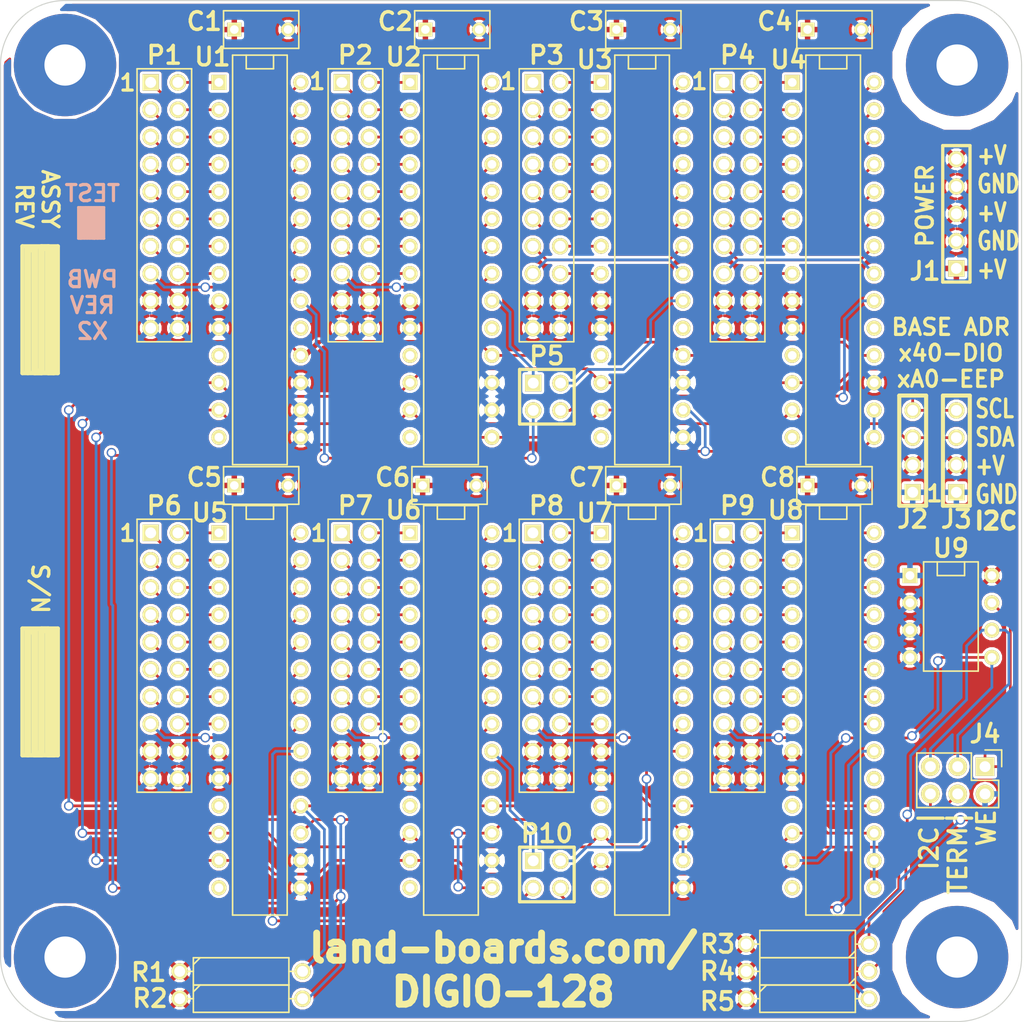
<source format=kicad_pcb>
(kicad_pcb (version 4) (host pcbnew "(after 2015-mar-04 BZR unknown)-product")
  (title_block (title "8-Channel Opto-Isolated Output I2C") (rev X1) (company land-boards.com))
  (layers (0 F.Cu signal) (31 B.Cu signal) (36 B.SilkS user) (37 F.SilkS user) (38 B.Mask user) (39 F.Mask user) (44 Edge.Cuts user))
  (net 0 "")
  (net 1 /16-bits-1/GP0)
  (net 2 /16-bits-1/GP1)
  (net 3 /16-bits-1/GP10)
  (net 4 /16-bits-1/GP11)
  (net 5 /16-bits-1/GP12)
  (net 6 /16-bits-1/GP13)
  (net 7 /16-bits-1/GP14)
  (net 8 /16-bits-1/GP15)
  (net 9 /16-bits-1/GP2)
  (net 10 /16-bits-1/GP3)
  (net 11 /16-bits-1/GP4)
  (net 12 /16-bits-1/GP5)
  (net 13 /16-bits-1/GP6)
  (net 14 /16-bits-1/GP7)
  (net 15 /16-bits-1/GP8)
  (net 16 /16-bits-1/GP9)
  (net 17 /16-bits-1/INTA)
  (net 18 /16-bits-1/RST)
  (net 19 /16-bits-1/SCL)
  (net 20 /16-bits-1/SDA)
  (net 21 /16-bits-1/VCC)
  (net 22 /16-bits-2/A0)
  (net 23 /16-bits-2/GP0)
  (net 24 /16-bits-2/GP1)
  (net 25 /16-bits-2/GP10)
  (net 26 /16-bits-2/GP11)
  (net 27 /16-bits-2/GP12)
  (net 28 /16-bits-2/GP13)
  (net 29 /16-bits-2/GP14)
  (net 30 /16-bits-2/GP15)
  (net 31 /16-bits-2/GP2)
  (net 32 /16-bits-2/GP3)
  (net 33 /16-bits-2/GP4)
  (net 34 /16-bits-2/GP5)
  (net 35 /16-bits-2/GP6)
  (net 36 /16-bits-2/GP7)
  (net 37 /16-bits-2/GP8)
  (net 38 /16-bits-2/GP9)
  (net 39 /16-bits-2/INTA)
  (net 40 /16-bits-3/GP0)
  (net 41 /16-bits-3/GP1)
  (net 42 /16-bits-3/GP10)
  (net 43 /16-bits-3/GP11)
  (net 44 /16-bits-3/GP12)
  (net 45 /16-bits-3/GP13)
  (net 46 /16-bits-3/GP14)
  (net 47 /16-bits-3/GP15)
  (net 48 /16-bits-3/GP2)
  (net 49 /16-bits-3/GP3)
  (net 50 /16-bits-3/GP4)
  (net 51 /16-bits-3/GP5)
  (net 52 /16-bits-3/GP6)
  (net 53 /16-bits-3/GP7)
  (net 54 /16-bits-3/GP8)
  (net 55 /16-bits-3/GP9)
  (net 56 /16-bits-3/INTA)
  (net 57 /16-bits-4/GP0)
  (net 58 /16-bits-4/GP1)
  (net 59 /16-bits-4/GP10)
  (net 60 /16-bits-4/GP11)
  (net 61 /16-bits-4/GP12)
  (net 62 /16-bits-4/GP13)
  (net 63 /16-bits-4/GP14)
  (net 64 /16-bits-4/GP15)
  (net 65 /16-bits-4/GP2)
  (net 66 /16-bits-4/GP3)
  (net 67 /16-bits-4/GP4)
  (net 68 /16-bits-4/GP5)
  (net 69 /16-bits-4/GP6)
  (net 70 /16-bits-4/GP7)
  (net 71 /16-bits-4/GP8)
  (net 72 /16-bits-4/GP9)
  (net 73 /16-bits-4/INTA)
  (net 74 /16-bits-5/GP0)
  (net 75 /16-bits-5/GP1)
  (net 76 /16-bits-5/GP10)
  (net 77 /16-bits-5/GP11)
  (net 78 /16-bits-5/GP12)
  (net 79 /16-bits-5/GP13)
  (net 80 /16-bits-5/GP14)
  (net 81 /16-bits-5/GP15)
  (net 82 /16-bits-5/GP2)
  (net 83 /16-bits-5/GP3)
  (net 84 /16-bits-5/GP4)
  (net 85 /16-bits-5/GP5)
  (net 86 /16-bits-5/GP6)
  (net 87 /16-bits-5/GP7)
  (net 88 /16-bits-5/GP8)
  (net 89 /16-bits-5/GP9)
  (net 90 /16-bits-5/INTA)
  (net 91 /16-bits-6/GP0)
  (net 92 /16-bits-6/GP1)
  (net 93 /16-bits-6/GP10)
  (net 94 /16-bits-6/GP11)
  (net 95 /16-bits-6/GP12)
  (net 96 /16-bits-6/GP13)
  (net 97 /16-bits-6/GP14)
  (net 98 /16-bits-6/GP15)
  (net 99 /16-bits-6/GP2)
  (net 100 /16-bits-6/GP3)
  (net 101 /16-bits-6/GP4)
  (net 102 /16-bits-6/GP5)
  (net 103 /16-bits-6/GP6)
  (net 104 /16-bits-6/GP7)
  (net 105 /16-bits-6/GP8)
  (net 106 /16-bits-6/GP9)
  (net 107 /16-bits-6/INTA)
  (net 108 /16-bits-7/GP0)
  (net 109 /16-bits-7/GP1)
  (net 110 /16-bits-7/GP10)
  (net 111 /16-bits-7/GP11)
  (net 112 /16-bits-7/GP12)
  (net 113 /16-bits-7/GP13)
  (net 114 /16-bits-7/GP14)
  (net 115 /16-bits-7/GP15)
  (net 116 /16-bits-7/GP2)
  (net 117 /16-bits-7/GP3)
  (net 118 /16-bits-7/GP4)
  (net 119 /16-bits-7/GP5)
  (net 120 /16-bits-7/GP6)
  (net 121 /16-bits-7/GP7)
  (net 122 /16-bits-7/GP8)
  (net 123 /16-bits-7/GP9)
  (net 124 /16-bits-7/INTA)
  (net 125 /16-bits-8/GP0)
  (net 126 /16-bits-8/GP1)
  (net 127 /16-bits-8/GP10)
  (net 128 /16-bits-8/GP11)
  (net 129 /16-bits-8/GP12)
  (net 130 /16-bits-8/GP13)
  (net 131 /16-bits-8/GP14)
  (net 132 /16-bits-8/GP15)
  (net 133 /16-bits-8/GP2)
  (net 134 /16-bits-8/GP3)
  (net 135 /16-bits-8/GP4)
  (net 136 /16-bits-8/GP5)
  (net 137 /16-bits-8/GP6)
  (net 138 /16-bits-8/GP7)
  (net 139 /16-bits-8/GP8)
  (net 140 /16-bits-8/GP9)
  (net 141 /16-bits-8/INTA)
  (net 142 GND)
  (net 143 "Net-(J4-Pad4)")
  (net 144 "Net-(J4-Pad6)")
  (net 145 /WE)
  (module pin_array_4x1 (layer F.Cu) (at 139.869 95.753)
    (fp_text reference J2 (at 0 2.49936) (layer F.SilkS) (effects (font (size 1.651 1.651) (thickness 0.3175))))
    (fp_text value CONN_4 hide)
    (pad 1 thru_hole rect (at 0 0) (size 1.524 1.524) (drill 1.016) (layers *.Cu *.Mask F.SilkS) (net 142 GND))
    (pad 2 thru_hole circle (at 0 -2.54) (size 1.524 1.524) (drill 1.016) (layers *.Cu *.Mask F.SilkS) (net 21 /16-bits-1/VCC))
    (pad 3 thru_hole circle (at 0 -5.08) (size 1.524 1.524) (drill 1.016) (layers *.Cu *.Mask F.SilkS) (net 20 /16-bits-1/SDA))
    (pad 4 thru_hole circle (at 0 -7.62) (size 1.524 1.524) (drill 1.016) (layers *.Cu *.Mask F.SilkS) (net 19 /16-bits-1/SCL))
  )
  (module MTG-6-32 (layer F.Cu) (at 61 56 180)
    (fp_text reference MTG4 hide)
    (fp_text value MTG_HOLE hide)
    (pad 1 thru_hole circle (at 0 0 180) (size 9.525 9.525) (drill 3.8354) (layers *.Cu *.Mask))
  )
  (module MTG-6-32 (layer F.Cu) (at 144 56 180)
    (fp_text reference MTG3 hide)
    (fp_text value MTG_HOLE hide)
    (pad 1 thru_hole circle (at 0 0 180) (size 9.525 9.525) (drill 3.8354) (layers *.Cu *.Mask) (clearance 1.27))
  )
  (module MTG-6-32 (layer F.Cu) (at 61 139 180)
    (fp_text reference MTG2 hide)
    (fp_text value MTG_HOLE hide)
    (pad 1 thru_hole circle (at 0 0 180) (size 9.525 9.525) (drill 3.8354) (layers *.Cu *.Mask))
  )
  (module MTG-6-32 (layer F.Cu) (at 144 139 180)
    (fp_text reference MTG1 hide)
    (fp_text value MTG_HOLE hide)
    (pad 1 thru_hole circle (at 0 0 180) (size 9.525 9.525) (drill 3.8354) (layers *.Cu *.Mask) (clearance 1.27))
  )
  (module PIN_ARRAY_10X2 (layer F.Cu) (at 123.58 69.05 270)
    (fp_text reference P4 (at -13.97 0 360) (layer F.SilkS) (effects (font (size 1.651 1.651) (thickness 0.3175))))
    (fp_text value CONN_20 hide)
    (pad 1 thru_hole rect (at -11.43 1.27 270) (size 1.524 1.524) (drill 1.016) (layers *.Cu *.Mask F.SilkS) (net 70 /16-bits-4/GP7))
    (pad 2 thru_hole circle (at -11.43 -1.27 270) (size 1.524 1.524) (drill 1.016) (layers *.Cu *.Mask F.SilkS) (net 71 /16-bits-4/GP8))
    (pad 3 thru_hole circle (at -8.89 1.27 270) (size 1.524 1.524) (drill 1.016) (layers *.Cu *.Mask F.SilkS) (net 69 /16-bits-4/GP6))
    (pad 4 thru_hole circle (at -8.89 -1.27 270) (size 1.524 1.524) (drill 1.016) (layers *.Cu *.Mask F.SilkS) (net 72 /16-bits-4/GP9))
    (pad 5 thru_hole circle (at -6.35 1.27 270) (size 1.524 1.524) (drill 1.016) (layers *.Cu *.Mask F.SilkS) (net 68 /16-bits-4/GP5))
    (pad 6 thru_hole circle (at -6.35 -1.27 270) (size 1.524 1.524) (drill 1.016) (layers *.Cu *.Mask F.SilkS) (net 59 /16-bits-4/GP10))
    (pad 7 thru_hole circle (at -3.81 1.27 270) (size 1.524 1.524) (drill 1.016) (layers *.Cu *.Mask F.SilkS) (net 67 /16-bits-4/GP4))
    (pad 8 thru_hole circle (at -3.81 -1.27 270) (size 1.524 1.524) (drill 1.016) (layers *.Cu *.Mask F.SilkS) (net 60 /16-bits-4/GP11))
    (pad 9 thru_hole circle (at -1.27 1.27 270) (size 1.524 1.524) (drill 1.016) (layers *.Cu *.Mask F.SilkS) (net 66 /16-bits-4/GP3))
    (pad 10 thru_hole circle (at -1.27 -1.27 270) (size 1.524 1.524) (drill 1.016) (layers *.Cu *.Mask F.SilkS) (net 61 /16-bits-4/GP12))
    (pad 11 thru_hole circle (at 1.27 1.27 270) (size 1.524 1.524) (drill 1.016) (layers *.Cu *.Mask F.SilkS) (net 65 /16-bits-4/GP2))
    (pad 12 thru_hole circle (at 1.27 -1.27 270) (size 1.524 1.524) (drill 1.016) (layers *.Cu *.Mask F.SilkS) (net 62 /16-bits-4/GP13))
    (pad 13 thru_hole circle (at 3.81 1.27 270) (size 1.524 1.524) (drill 1.016) (layers *.Cu *.Mask F.SilkS) (net 58 /16-bits-4/GP1))
    (pad 14 thru_hole circle (at 3.81 -1.27 270) (size 1.524 1.524) (drill 1.016) (layers *.Cu *.Mask F.SilkS) (net 63 /16-bits-4/GP14))
    (pad 15 thru_hole circle (at 6.35 1.27 270) (size 1.524 1.524) (drill 1.016) (layers *.Cu *.Mask F.SilkS) (net 57 /16-bits-4/GP0))
    (pad 16 thru_hole circle (at 6.35 -1.27 270) (size 1.524 1.524) (drill 1.016) (layers *.Cu *.Mask F.SilkS) (net 64 /16-bits-4/GP15))
    (pad 17 thru_hole circle (at 8.89 1.27 270) (size 1.524 1.524) (drill 1.016) (layers *.Cu *.Mask F.SilkS) (net 21 /16-bits-1/VCC))
    (pad 18 thru_hole circle (at 8.89 -1.27 270) (size 1.524 1.524) (drill 1.016) (layers *.Cu *.Mask F.SilkS) (net 21 /16-bits-1/VCC))
    (pad 19 thru_hole circle (at 11.43 1.27 270) (size 1.524 1.524) (drill 1.016) (layers *.Cu *.Mask F.SilkS) (net 142 GND))
    (pad 20 thru_hole circle (at 11.43 -1.27 270) (size 1.524 1.524) (drill 1.016) (layers *.Cu *.Mask F.SilkS) (net 142 GND))
  )
  (module PIN_ARRAY_10X2 (layer F.Cu) (at 105.8 69.05 270)
    (fp_text reference P3 (at -13.97 0 360) (layer F.SilkS) (effects (font (size 1.651 1.651) (thickness 0.3175))))
    (fp_text value CONN_20 hide)
    (pad 1 thru_hole rect (at -11.43 1.27 270) (size 1.524 1.524) (drill 1.016) (layers *.Cu *.Mask F.SilkS) (net 53 /16-bits-3/GP7))
    (pad 2 thru_hole circle (at -11.43 -1.27 270) (size 1.524 1.524) (drill 1.016) (layers *.Cu *.Mask F.SilkS) (net 54 /16-bits-3/GP8))
    (pad 3 thru_hole circle (at -8.89 1.27 270) (size 1.524 1.524) (drill 1.016) (layers *.Cu *.Mask F.SilkS) (net 52 /16-bits-3/GP6))
    (pad 4 thru_hole circle (at -8.89 -1.27 270) (size 1.524 1.524) (drill 1.016) (layers *.Cu *.Mask F.SilkS) (net 55 /16-bits-3/GP9))
    (pad 5 thru_hole circle (at -6.35 1.27 270) (size 1.524 1.524) (drill 1.016) (layers *.Cu *.Mask F.SilkS) (net 51 /16-bits-3/GP5))
    (pad 6 thru_hole circle (at -6.35 -1.27 270) (size 1.524 1.524) (drill 1.016) (layers *.Cu *.Mask F.SilkS) (net 42 /16-bits-3/GP10))
    (pad 7 thru_hole circle (at -3.81 1.27 270) (size 1.524 1.524) (drill 1.016) (layers *.Cu *.Mask F.SilkS) (net 50 /16-bits-3/GP4))
    (pad 8 thru_hole circle (at -3.81 -1.27 270) (size 1.524 1.524) (drill 1.016) (layers *.Cu *.Mask F.SilkS) (net 43 /16-bits-3/GP11))
    (pad 9 thru_hole circle (at -1.27 1.27 270) (size 1.524 1.524) (drill 1.016) (layers *.Cu *.Mask F.SilkS) (net 49 /16-bits-3/GP3))
    (pad 10 thru_hole circle (at -1.27 -1.27 270) (size 1.524 1.524) (drill 1.016) (layers *.Cu *.Mask F.SilkS) (net 44 /16-bits-3/GP12))
    (pad 11 thru_hole circle (at 1.27 1.27 270) (size 1.524 1.524) (drill 1.016) (layers *.Cu *.Mask F.SilkS) (net 48 /16-bits-3/GP2))
    (pad 12 thru_hole circle (at 1.27 -1.27 270) (size 1.524 1.524) (drill 1.016) (layers *.Cu *.Mask F.SilkS) (net 45 /16-bits-3/GP13))
    (pad 13 thru_hole circle (at 3.81 1.27 270) (size 1.524 1.524) (drill 1.016) (layers *.Cu *.Mask F.SilkS) (net 41 /16-bits-3/GP1))
    (pad 14 thru_hole circle (at 3.81 -1.27 270) (size 1.524 1.524) (drill 1.016) (layers *.Cu *.Mask F.SilkS) (net 46 /16-bits-3/GP14))
    (pad 15 thru_hole circle (at 6.35 1.27 270) (size 1.524 1.524) (drill 1.016) (layers *.Cu *.Mask F.SilkS) (net 40 /16-bits-3/GP0))
    (pad 16 thru_hole circle (at 6.35 -1.27 270) (size 1.524 1.524) (drill 1.016) (layers *.Cu *.Mask F.SilkS) (net 47 /16-bits-3/GP15))
    (pad 17 thru_hole circle (at 8.89 1.27 270) (size 1.524 1.524) (drill 1.016) (layers *.Cu *.Mask F.SilkS) (net 21 /16-bits-1/VCC))
    (pad 18 thru_hole circle (at 8.89 -1.27 270) (size 1.524 1.524) (drill 1.016) (layers *.Cu *.Mask F.SilkS) (net 21 /16-bits-1/VCC))
    (pad 19 thru_hole circle (at 11.43 1.27 270) (size 1.524 1.524) (drill 1.016) (layers *.Cu *.Mask F.SilkS) (net 142 GND))
    (pad 20 thru_hole circle (at 11.43 -1.27 270) (size 1.524 1.524) (drill 1.016) (layers *.Cu *.Mask F.SilkS) (net 142 GND))
  )
  (module PIN_ARRAY_10X2 (layer F.Cu) (at 88.02 69.05 270)
    (fp_text reference P2 (at -13.97 0 360) (layer F.SilkS) (effects (font (size 1.651 1.651) (thickness 0.3175))))
    (fp_text value CONN_20 hide)
    (pad 1 thru_hole rect (at -11.43 1.27 270) (size 1.524 1.524) (drill 1.016) (layers *.Cu *.Mask F.SilkS) (net 36 /16-bits-2/GP7))
    (pad 2 thru_hole circle (at -11.43 -1.27 270) (size 1.524 1.524) (drill 1.016) (layers *.Cu *.Mask F.SilkS) (net 37 /16-bits-2/GP8))
    (pad 3 thru_hole circle (at -8.89 1.27 270) (size 1.524 1.524) (drill 1.016) (layers *.Cu *.Mask F.SilkS) (net 35 /16-bits-2/GP6))
    (pad 4 thru_hole circle (at -8.89 -1.27 270) (size 1.524 1.524) (drill 1.016) (layers *.Cu *.Mask F.SilkS) (net 38 /16-bits-2/GP9))
    (pad 5 thru_hole circle (at -6.35 1.27 270) (size 1.524 1.524) (drill 1.016) (layers *.Cu *.Mask F.SilkS) (net 34 /16-bits-2/GP5))
    (pad 6 thru_hole circle (at -6.35 -1.27 270) (size 1.524 1.524) (drill 1.016) (layers *.Cu *.Mask F.SilkS) (net 25 /16-bits-2/GP10))
    (pad 7 thru_hole circle (at -3.81 1.27 270) (size 1.524 1.524) (drill 1.016) (layers *.Cu *.Mask F.SilkS) (net 33 /16-bits-2/GP4))
    (pad 8 thru_hole circle (at -3.81 -1.27 270) (size 1.524 1.524) (drill 1.016) (layers *.Cu *.Mask F.SilkS) (net 26 /16-bits-2/GP11))
    (pad 9 thru_hole circle (at -1.27 1.27 270) (size 1.524 1.524) (drill 1.016) (layers *.Cu *.Mask F.SilkS) (net 32 /16-bits-2/GP3))
    (pad 10 thru_hole circle (at -1.27 -1.27 270) (size 1.524 1.524) (drill 1.016) (layers *.Cu *.Mask F.SilkS) (net 27 /16-bits-2/GP12))
    (pad 11 thru_hole circle (at 1.27 1.27 270) (size 1.524 1.524) (drill 1.016) (layers *.Cu *.Mask F.SilkS) (net 31 /16-bits-2/GP2))
    (pad 12 thru_hole circle (at 1.27 -1.27 270) (size 1.524 1.524) (drill 1.016) (layers *.Cu *.Mask F.SilkS) (net 28 /16-bits-2/GP13))
    (pad 13 thru_hole circle (at 3.81 1.27 270) (size 1.524 1.524) (drill 1.016) (layers *.Cu *.Mask F.SilkS) (net 24 /16-bits-2/GP1))
    (pad 14 thru_hole circle (at 3.81 -1.27 270) (size 1.524 1.524) (drill 1.016) (layers *.Cu *.Mask F.SilkS) (net 29 /16-bits-2/GP14))
    (pad 15 thru_hole circle (at 6.35 1.27 270) (size 1.524 1.524) (drill 1.016) (layers *.Cu *.Mask F.SilkS) (net 23 /16-bits-2/GP0))
    (pad 16 thru_hole circle (at 6.35 -1.27 270) (size 1.524 1.524) (drill 1.016) (layers *.Cu *.Mask F.SilkS) (net 30 /16-bits-2/GP15))
    (pad 17 thru_hole circle (at 8.89 1.27 270) (size 1.524 1.524) (drill 1.016) (layers *.Cu *.Mask F.SilkS) (net 21 /16-bits-1/VCC))
    (pad 18 thru_hole circle (at 8.89 -1.27 270) (size 1.524 1.524) (drill 1.016) (layers *.Cu *.Mask F.SilkS) (net 21 /16-bits-1/VCC))
    (pad 19 thru_hole circle (at 11.43 1.27 270) (size 1.524 1.524) (drill 1.016) (layers *.Cu *.Mask F.SilkS) (net 142 GND))
    (pad 20 thru_hole circle (at 11.43 -1.27 270) (size 1.524 1.524) (drill 1.016) (layers *.Cu *.Mask F.SilkS) (net 142 GND))
  )
  (module PIN_ARRAY_10X2 (layer F.Cu) (at 70.24 69.05 270)
    (fp_text reference P1 (at -13.97 0 360) (layer F.SilkS) (effects (font (size 1.651 1.651) (thickness 0.3175))))
    (fp_text value CONN_20 hide)
    (pad 1 thru_hole rect (at -11.43 1.27 270) (size 1.524 1.524) (drill 1.016) (layers *.Cu *.Mask F.SilkS) (net 14 /16-bits-1/GP7))
    (pad 2 thru_hole circle (at -11.43 -1.27 270) (size 1.524 1.524) (drill 1.016) (layers *.Cu *.Mask F.SilkS) (net 15 /16-bits-1/GP8))
    (pad 3 thru_hole circle (at -8.89 1.27 270) (size 1.524 1.524) (drill 1.016) (layers *.Cu *.Mask F.SilkS) (net 13 /16-bits-1/GP6))
    (pad 4 thru_hole circle (at -8.89 -1.27 270) (size 1.524 1.524) (drill 1.016) (layers *.Cu *.Mask F.SilkS) (net 16 /16-bits-1/GP9))
    (pad 5 thru_hole circle (at -6.35 1.27 270) (size 1.524 1.524) (drill 1.016) (layers *.Cu *.Mask F.SilkS) (net 12 /16-bits-1/GP5))
    (pad 6 thru_hole circle (at -6.35 -1.27 270) (size 1.524 1.524) (drill 1.016) (layers *.Cu *.Mask F.SilkS) (net 3 /16-bits-1/GP10))
    (pad 7 thru_hole circle (at -3.81 1.27 270) (size 1.524 1.524) (drill 1.016) (layers *.Cu *.Mask F.SilkS) (net 11 /16-bits-1/GP4))
    (pad 8 thru_hole circle (at -3.81 -1.27 270) (size 1.524 1.524) (drill 1.016) (layers *.Cu *.Mask F.SilkS) (net 4 /16-bits-1/GP11))
    (pad 9 thru_hole circle (at -1.27 1.27 270) (size 1.524 1.524) (drill 1.016) (layers *.Cu *.Mask F.SilkS) (net 10 /16-bits-1/GP3))
    (pad 10 thru_hole circle (at -1.27 -1.27 270) (size 1.524 1.524) (drill 1.016) (layers *.Cu *.Mask F.SilkS) (net 5 /16-bits-1/GP12))
    (pad 11 thru_hole circle (at 1.27 1.27 270) (size 1.524 1.524) (drill 1.016) (layers *.Cu *.Mask F.SilkS) (net 9 /16-bits-1/GP2))
    (pad 12 thru_hole circle (at 1.27 -1.27 270) (size 1.524 1.524) (drill 1.016) (layers *.Cu *.Mask F.SilkS) (net 6 /16-bits-1/GP13))
    (pad 13 thru_hole circle (at 3.81 1.27 270) (size 1.524 1.524) (drill 1.016) (layers *.Cu *.Mask F.SilkS) (net 2 /16-bits-1/GP1))
    (pad 14 thru_hole circle (at 3.81 -1.27 270) (size 1.524 1.524) (drill 1.016) (layers *.Cu *.Mask F.SilkS) (net 7 /16-bits-1/GP14))
    (pad 15 thru_hole circle (at 6.35 1.27 270) (size 1.524 1.524) (drill 1.016) (layers *.Cu *.Mask F.SilkS) (net 1 /16-bits-1/GP0))
    (pad 16 thru_hole circle (at 6.35 -1.27 270) (size 1.524 1.524) (drill 1.016) (layers *.Cu *.Mask F.SilkS) (net 8 /16-bits-1/GP15))
    (pad 17 thru_hole circle (at 8.89 1.27 270) (size 1.524 1.524) (drill 1.016) (layers *.Cu *.Mask F.SilkS) (net 21 /16-bits-1/VCC))
    (pad 18 thru_hole circle (at 8.89 -1.27 270) (size 1.524 1.524) (drill 1.016) (layers *.Cu *.Mask F.SilkS) (net 21 /16-bits-1/VCC))
    (pad 19 thru_hole circle (at 11.43 1.27 270) (size 1.524 1.524) (drill 1.016) (layers *.Cu *.Mask F.SilkS) (net 142 GND))
    (pad 20 thru_hole circle (at 11.43 -1.27 270) (size 1.524 1.524) (drill 1.016) (layers *.Cu *.Mask F.SilkS) (net 142 GND))
  )
  (module pin_array_4x1 (layer F.Cu) (at 143.933 95.753)
    (fp_text reference J3 (at 0 2.49936) (layer F.SilkS) (effects (font (size 1.651 1.651) (thickness 0.3175))))
    (fp_text value CONN_4 hide)
    (pad 1 thru_hole rect (at 0 0) (size 1.524 1.524) (drill 1.016) (layers *.Cu *.Mask F.SilkS) (net 142 GND))
    (pad 2 thru_hole circle (at 0 -2.54) (size 1.524 1.524) (drill 1.016) (layers *.Cu *.Mask F.SilkS) (net 21 /16-bits-1/VCC))
    (pad 3 thru_hole circle (at 0 -5.08) (size 1.524 1.524) (drill 1.016) (layers *.Cu *.Mask F.SilkS) (net 20 /16-bits-1/SDA))
    (pad 4 thru_hole circle (at 0 -7.62) (size 1.524 1.524) (drill 1.016) (layers *.Cu *.Mask F.SilkS) (net 19 /16-bits-1/SCL))
  )
  (module PIN_ARRAY_10X2 (layer F.Cu) (at 88.02 110.96 270)
    (fp_text reference P7 (at -13.97 0 360) (layer F.SilkS) (effects (font (size 1.651 1.651) (thickness 0.3175))))
    (fp_text value CONN_20 hide)
    (pad 1 thru_hole rect (at -11.43 1.27 270) (size 1.524 1.524) (drill 1.016) (layers *.Cu *.Mask F.SilkS) (net 104 /16-bits-6/GP7))
    (pad 2 thru_hole circle (at -11.43 -1.27 270) (size 1.524 1.524) (drill 1.016) (layers *.Cu *.Mask F.SilkS) (net 105 /16-bits-6/GP8))
    (pad 3 thru_hole circle (at -8.89 1.27 270) (size 1.524 1.524) (drill 1.016) (layers *.Cu *.Mask F.SilkS) (net 103 /16-bits-6/GP6))
    (pad 4 thru_hole circle (at -8.89 -1.27 270) (size 1.524 1.524) (drill 1.016) (layers *.Cu *.Mask F.SilkS) (net 106 /16-bits-6/GP9))
    (pad 5 thru_hole circle (at -6.35 1.27 270) (size 1.524 1.524) (drill 1.016) (layers *.Cu *.Mask F.SilkS) (net 102 /16-bits-6/GP5))
    (pad 6 thru_hole circle (at -6.35 -1.27 270) (size 1.524 1.524) (drill 1.016) (layers *.Cu *.Mask F.SilkS) (net 93 /16-bits-6/GP10))
    (pad 7 thru_hole circle (at -3.81 1.27 270) (size 1.524 1.524) (drill 1.016) (layers *.Cu *.Mask F.SilkS) (net 101 /16-bits-6/GP4))
    (pad 8 thru_hole circle (at -3.81 -1.27 270) (size 1.524 1.524) (drill 1.016) (layers *.Cu *.Mask F.SilkS) (net 94 /16-bits-6/GP11))
    (pad 9 thru_hole circle (at -1.27 1.27 270) (size 1.524 1.524) (drill 1.016) (layers *.Cu *.Mask F.SilkS) (net 100 /16-bits-6/GP3))
    (pad 10 thru_hole circle (at -1.27 -1.27 270) (size 1.524 1.524) (drill 1.016) (layers *.Cu *.Mask F.SilkS) (net 95 /16-bits-6/GP12))
    (pad 11 thru_hole circle (at 1.27 1.27 270) (size 1.524 1.524) (drill 1.016) (layers *.Cu *.Mask F.SilkS) (net 99 /16-bits-6/GP2))
    (pad 12 thru_hole circle (at 1.27 -1.27 270) (size 1.524 1.524) (drill 1.016) (layers *.Cu *.Mask F.SilkS) (net 96 /16-bits-6/GP13))
    (pad 13 thru_hole circle (at 3.81 1.27 270) (size 1.524 1.524) (drill 1.016) (layers *.Cu *.Mask F.SilkS) (net 92 /16-bits-6/GP1))
    (pad 14 thru_hole circle (at 3.81 -1.27 270) (size 1.524 1.524) (drill 1.016) (layers *.Cu *.Mask F.SilkS) (net 97 /16-bits-6/GP14))
    (pad 15 thru_hole circle (at 6.35 1.27 270) (size 1.524 1.524) (drill 1.016) (layers *.Cu *.Mask F.SilkS) (net 91 /16-bits-6/GP0))
    (pad 16 thru_hole circle (at 6.35 -1.27 270) (size 1.524 1.524) (drill 1.016) (layers *.Cu *.Mask F.SilkS) (net 98 /16-bits-6/GP15))
    (pad 17 thru_hole circle (at 8.89 1.27 270) (size 1.524 1.524) (drill 1.016) (layers *.Cu *.Mask F.SilkS) (net 21 /16-bits-1/VCC))
    (pad 18 thru_hole circle (at 8.89 -1.27 270) (size 1.524 1.524) (drill 1.016) (layers *.Cu *.Mask F.SilkS) (net 21 /16-bits-1/VCC))
    (pad 19 thru_hole circle (at 11.43 1.27 270) (size 1.524 1.524) (drill 1.016) (layers *.Cu *.Mask F.SilkS) (net 142 GND))
    (pad 20 thru_hole circle (at 11.43 -1.27 270) (size 1.524 1.524) (drill 1.016) (layers *.Cu *.Mask F.SilkS) (net 142 GND))
  )
  (module PIN_ARRAY_10X2 (layer F.Cu) (at 105.8 110.96 270)
    (fp_text reference P8 (at -13.97 0 360) (layer F.SilkS) (effects (font (size 1.651 1.651) (thickness 0.3175))))
    (fp_text value CONN_20 hide)
    (pad 1 thru_hole rect (at -11.43 1.27 270) (size 1.524 1.524) (drill 1.016) (layers *.Cu *.Mask F.SilkS) (net 121 /16-bits-7/GP7))
    (pad 2 thru_hole circle (at -11.43 -1.27 270) (size 1.524 1.524) (drill 1.016) (layers *.Cu *.Mask F.SilkS) (net 122 /16-bits-7/GP8))
    (pad 3 thru_hole circle (at -8.89 1.27 270) (size 1.524 1.524) (drill 1.016) (layers *.Cu *.Mask F.SilkS) (net 120 /16-bits-7/GP6))
    (pad 4 thru_hole circle (at -8.89 -1.27 270) (size 1.524 1.524) (drill 1.016) (layers *.Cu *.Mask F.SilkS) (net 123 /16-bits-7/GP9))
    (pad 5 thru_hole circle (at -6.35 1.27 270) (size 1.524 1.524) (drill 1.016) (layers *.Cu *.Mask F.SilkS) (net 119 /16-bits-7/GP5))
    (pad 6 thru_hole circle (at -6.35 -1.27 270) (size 1.524 1.524) (drill 1.016) (layers *.Cu *.Mask F.SilkS) (net 110 /16-bits-7/GP10))
    (pad 7 thru_hole circle (at -3.81 1.27 270) (size 1.524 1.524) (drill 1.016) (layers *.Cu *.Mask F.SilkS) (net 118 /16-bits-7/GP4))
    (pad 8 thru_hole circle (at -3.81 -1.27 270) (size 1.524 1.524) (drill 1.016) (layers *.Cu *.Mask F.SilkS) (net 111 /16-bits-7/GP11))
    (pad 9 thru_hole circle (at -1.27 1.27 270) (size 1.524 1.524) (drill 1.016) (layers *.Cu *.Mask F.SilkS) (net 117 /16-bits-7/GP3))
    (pad 10 thru_hole circle (at -1.27 -1.27 270) (size 1.524 1.524) (drill 1.016) (layers *.Cu *.Mask F.SilkS) (net 112 /16-bits-7/GP12))
    (pad 11 thru_hole circle (at 1.27 1.27 270) (size 1.524 1.524) (drill 1.016) (layers *.Cu *.Mask F.SilkS) (net 116 /16-bits-7/GP2))
    (pad 12 thru_hole circle (at 1.27 -1.27 270) (size 1.524 1.524) (drill 1.016) (layers *.Cu *.Mask F.SilkS) (net 113 /16-bits-7/GP13))
    (pad 13 thru_hole circle (at 3.81 1.27 270) (size 1.524 1.524) (drill 1.016) (layers *.Cu *.Mask F.SilkS) (net 109 /16-bits-7/GP1))
    (pad 14 thru_hole circle (at 3.81 -1.27 270) (size 1.524 1.524) (drill 1.016) (layers *.Cu *.Mask F.SilkS) (net 114 /16-bits-7/GP14))
    (pad 15 thru_hole circle (at 6.35 1.27 270) (size 1.524 1.524) (drill 1.016) (layers *.Cu *.Mask F.SilkS) (net 108 /16-bits-7/GP0))
    (pad 16 thru_hole circle (at 6.35 -1.27 270) (size 1.524 1.524) (drill 1.016) (layers *.Cu *.Mask F.SilkS) (net 115 /16-bits-7/GP15))
    (pad 17 thru_hole circle (at 8.89 1.27 270) (size 1.524 1.524) (drill 1.016) (layers *.Cu *.Mask F.SilkS) (net 21 /16-bits-1/VCC))
    (pad 18 thru_hole circle (at 8.89 -1.27 270) (size 1.524 1.524) (drill 1.016) (layers *.Cu *.Mask F.SilkS) (net 21 /16-bits-1/VCC))
    (pad 19 thru_hole circle (at 11.43 1.27 270) (size 1.524 1.524) (drill 1.016) (layers *.Cu *.Mask F.SilkS) (net 142 GND))
    (pad 20 thru_hole circle (at 11.43 -1.27 270) (size 1.524 1.524) (drill 1.016) (layers *.Cu *.Mask F.SilkS) (net 142 GND))
  )
  (module PIN_ARRAY_10X2 (layer F.Cu) (at 123.58 110.96 270)
    (fp_text reference P9 (at -13.97 0 360) (layer F.SilkS) (effects (font (size 1.651 1.651) (thickness 0.3175))))
    (fp_text value CONN_20 hide)
    (pad 1 thru_hole rect (at -11.43 1.27 270) (size 1.524 1.524) (drill 1.016) (layers *.Cu *.Mask F.SilkS) (net 138 /16-bits-8/GP7))
    (pad 2 thru_hole circle (at -11.43 -1.27 270) (size 1.524 1.524) (drill 1.016) (layers *.Cu *.Mask F.SilkS) (net 139 /16-bits-8/GP8))
    (pad 3 thru_hole circle (at -8.89 1.27 270) (size 1.524 1.524) (drill 1.016) (layers *.Cu *.Mask F.SilkS) (net 137 /16-bits-8/GP6))
    (pad 4 thru_hole circle (at -8.89 -1.27 270) (size 1.524 1.524) (drill 1.016) (layers *.Cu *.Mask F.SilkS) (net 140 /16-bits-8/GP9))
    (pad 5 thru_hole circle (at -6.35 1.27 270) (size 1.524 1.524) (drill 1.016) (layers *.Cu *.Mask F.SilkS) (net 136 /16-bits-8/GP5))
    (pad 6 thru_hole circle (at -6.35 -1.27 270) (size 1.524 1.524) (drill 1.016) (layers *.Cu *.Mask F.SilkS) (net 127 /16-bits-8/GP10))
    (pad 7 thru_hole circle (at -3.81 1.27 270) (size 1.524 1.524) (drill 1.016) (layers *.Cu *.Mask F.SilkS) (net 135 /16-bits-8/GP4))
    (pad 8 thru_hole circle (at -3.81 -1.27 270) (size 1.524 1.524) (drill 1.016) (layers *.Cu *.Mask F.SilkS) (net 128 /16-bits-8/GP11))
    (pad 9 thru_hole circle (at -1.27 1.27 270) (size 1.524 1.524) (drill 1.016) (layers *.Cu *.Mask F.SilkS) (net 134 /16-bits-8/GP3))
    (pad 10 thru_hole circle (at -1.27 -1.27 270) (size 1.524 1.524) (drill 1.016) (layers *.Cu *.Mask F.SilkS) (net 129 /16-bits-8/GP12))
    (pad 11 thru_hole circle (at 1.27 1.27 270) (size 1.524 1.524) (drill 1.016) (layers *.Cu *.Mask F.SilkS) (net 133 /16-bits-8/GP2))
    (pad 12 thru_hole circle (at 1.27 -1.27 270) (size 1.524 1.524) (drill 1.016) (layers *.Cu *.Mask F.SilkS) (net 130 /16-bits-8/GP13))
    (pad 13 thru_hole circle (at 3.81 1.27 270) (size 1.524 1.524) (drill 1.016) (layers *.Cu *.Mask F.SilkS) (net 126 /16-bits-8/GP1))
    (pad 14 thru_hole circle (at 3.81 -1.27 270) (size 1.524 1.524) (drill 1.016) (layers *.Cu *.Mask F.SilkS) (net 131 /16-bits-8/GP14))
    (pad 15 thru_hole circle (at 6.35 1.27 270) (size 1.524 1.524) (drill 1.016) (layers *.Cu *.Mask F.SilkS) (net 125 /16-bits-8/GP0))
    (pad 16 thru_hole circle (at 6.35 -1.27 270) (size 1.524 1.524) (drill 1.016) (layers *.Cu *.Mask F.SilkS) (net 132 /16-bits-8/GP15))
    (pad 17 thru_hole circle (at 8.89 1.27 270) (size 1.524 1.524) (drill 1.016) (layers *.Cu *.Mask F.SilkS) (net 21 /16-bits-1/VCC))
    (pad 18 thru_hole circle (at 8.89 -1.27 270) (size 1.524 1.524) (drill 1.016) (layers *.Cu *.Mask F.SilkS) (net 21 /16-bits-1/VCC))
    (pad 19 thru_hole circle (at 11.43 1.27 270) (size 1.524 1.524) (drill 1.016) (layers *.Cu *.Mask F.SilkS) (net 142 GND))
    (pad 20 thru_hole circle (at 11.43 -1.27 270) (size 1.524 1.524) (drill 1.016) (layers *.Cu *.Mask F.SilkS) (net 142 GND))
  )
  (module PIN_ARRAY_2X2 (layer F.Cu) (at 105.833 131.313 270)
    (fp_text reference P10 (at -3.81 0 360) (layer F.SilkS) (effects (font (size 1.651 1.651) (thickness 0.3175))))
    (fp_text value CONN_2X2 hide)
    (pad 1 thru_hole rect (at -1.27 1.27 270) (size 1.524 1.524) (drill 1.016) (layers *.Cu *.Mask F.SilkS) (net 107 /16-bits-6/INTA))
    (pad 2 thru_hole circle (at -1.27 -1.27 270) (size 1.524 1.524) (drill 1.016) (layers *.Cu *.Mask F.SilkS) (net 124 /16-bits-7/INTA))
    (pad 3 thru_hole circle (at 1.27 1.27 270) (size 1.524 1.524) (drill 1.016) (layers *.Cu *.Mask F.SilkS) (net 90 /16-bits-5/INTA))
    (pad 4 thru_hole circle (at 1.27 -1.27 270) (size 1.524 1.524) (drill 1.016) (layers *.Cu *.Mask F.SilkS) (net 141 /16-bits-8/INTA))
  )
  (module PIN_ARRAY_2X2 (layer F.Cu) (at 105.833 86.863 270)
    (fp_text reference P5 (at -3.81 0 360) (layer F.SilkS) (effects (font (size 1.651 1.651) (thickness 0.3175))))
    (fp_text value CONN_2X2 hide)
    (pad 1 thru_hole rect (at -1.27 1.27 270) (size 1.524 1.524) (drill 1.016) (layers *.Cu *.Mask F.SilkS) (net 39 /16-bits-2/INTA))
    (pad 2 thru_hole circle (at -1.27 -1.27 270) (size 1.524 1.524) (drill 1.016) (layers *.Cu *.Mask F.SilkS) (net 56 /16-bits-3/INTA))
    (pad 3 thru_hole circle (at 1.27 1.27 270) (size 1.524 1.524) (drill 1.016) (layers *.Cu *.Mask F.SilkS) (net 17 /16-bits-1/INTA))
    (pad 4 thru_hole circle (at 1.27 -1.27 270) (size 1.524 1.524) (drill 1.016) (layers *.Cu *.Mask F.SilkS) (net 73 /16-bits-4/INTA))
  )
  (module PIN_ARRAY_10X2 (layer F.Cu) (at 70.24 110.96 270)
    (fp_text reference P6 (at -13.97 0 360) (layer F.SilkS) (effects (font (size 1.651 1.651) (thickness 0.3175))))
    (fp_text value CONN_20 hide)
    (pad 1 thru_hole rect (at -11.43 1.27 270) (size 1.524 1.524) (drill 1.016) (layers *.Cu *.Mask F.SilkS) (net 87 /16-bits-5/GP7))
    (pad 2 thru_hole circle (at -11.43 -1.27 270) (size 1.524 1.524) (drill 1.016) (layers *.Cu *.Mask F.SilkS) (net 88 /16-bits-5/GP8))
    (pad 3 thru_hole circle (at -8.89 1.27 270) (size 1.524 1.524) (drill 1.016) (layers *.Cu *.Mask F.SilkS) (net 86 /16-bits-5/GP6))
    (pad 4 thru_hole circle (at -8.89 -1.27 270) (size 1.524 1.524) (drill 1.016) (layers *.Cu *.Mask F.SilkS) (net 89 /16-bits-5/GP9))
    (pad 5 thru_hole circle (at -6.35 1.27 270) (size 1.524 1.524) (drill 1.016) (layers *.Cu *.Mask F.SilkS) (net 85 /16-bits-5/GP5))
    (pad 6 thru_hole circle (at -6.35 -1.27 270) (size 1.524 1.524) (drill 1.016) (layers *.Cu *.Mask F.SilkS) (net 76 /16-bits-5/GP10))
    (pad 7 thru_hole circle (at -3.81 1.27 270) (size 1.524 1.524) (drill 1.016) (layers *.Cu *.Mask F.SilkS) (net 84 /16-bits-5/GP4))
    (pad 8 thru_hole circle (at -3.81 -1.27 270) (size 1.524 1.524) (drill 1.016) (layers *.Cu *.Mask F.SilkS) (net 77 /16-bits-5/GP11))
    (pad 9 thru_hole circle (at -1.27 1.27 270) (size 1.524 1.524) (drill 1.016) (layers *.Cu *.Mask F.SilkS) (net 83 /16-bits-5/GP3))
    (pad 10 thru_hole circle (at -1.27 -1.27 270) (size 1.524 1.524) (drill 1.016) (layers *.Cu *.Mask F.SilkS) (net 78 /16-bits-5/GP12))
    (pad 11 thru_hole circle (at 1.27 1.27 270) (size 1.524 1.524) (drill 1.016) (layers *.Cu *.Mask F.SilkS) (net 82 /16-bits-5/GP2))
    (pad 12 thru_hole circle (at 1.27 -1.27 270) (size 1.524 1.524) (drill 1.016) (layers *.Cu *.Mask F.SilkS) (net 79 /16-bits-5/GP13))
    (pad 13 thru_hole circle (at 3.81 1.27 270) (size 1.524 1.524) (drill 1.016) (layers *.Cu *.Mask F.SilkS) (net 75 /16-bits-5/GP1))
    (pad 14 thru_hole circle (at 3.81 -1.27 270) (size 1.524 1.524) (drill 1.016) (layers *.Cu *.Mask F.SilkS) (net 80 /16-bits-5/GP14))
    (pad 15 thru_hole circle (at 6.35 1.27 270) (size 1.524 1.524) (drill 1.016) (layers *.Cu *.Mask F.SilkS) (net 74 /16-bits-5/GP0))
    (pad 16 thru_hole circle (at 6.35 -1.27 270) (size 1.524 1.524) (drill 1.016) (layers *.Cu *.Mask F.SilkS) (net 81 /16-bits-5/GP15))
    (pad 17 thru_hole circle (at 8.89 1.27 270) (size 1.524 1.524) (drill 1.016) (layers *.Cu *.Mask F.SilkS) (net 21 /16-bits-1/VCC))
    (pad 18 thru_hole circle (at 8.89 -1.27 270) (size 1.524 1.524) (drill 1.016) (layers *.Cu *.Mask F.SilkS) (net 21 /16-bits-1/VCC))
    (pad 19 thru_hole circle (at 11.43 1.27 270) (size 1.524 1.524) (drill 1.016) (layers *.Cu *.Mask F.SilkS) (net 142 GND))
    (pad 20 thru_hole circle (at 11.43 -1.27 270) (size 1.524 1.524) (drill 1.016) (layers *.Cu *.Mask F.SilkS) (net 142 GND))
  )
  (module PIN_ARRAY_5X1 (layer F.Cu) (at 143.933 69.845 90)
    (fp_text reference J1 (at -5.334 -2.921 180) (layer F.SilkS) (effects (font (size 1.651 1.651) (thickness 0.3175))))
    (fp_text value CONN_5 hide)
    (pad 1 thru_hole rect (at -5.08 0 90) (size 1.524 1.524) (drill 1.016) (layers *.Cu *.Mask F.SilkS) (net 21 /16-bits-1/VCC))
    (pad 2 thru_hole circle (at -2.54 0 90) (size 1.524 1.524) (drill 1.016) (layers *.Cu *.Mask F.SilkS) (net 142 GND))
    (pad 3 thru_hole circle (at 0 0 90) (size 1.524 1.524) (drill 1.016) (layers *.Cu *.Mask F.SilkS) (net 21 /16-bits-1/VCC))
    (pad 4 thru_hole circle (at 2.54 0 90) (size 1.524 1.524) (drill 1.016) (layers *.Cu *.Mask F.SilkS) (net 142 GND))
    (pad 5 thru_hole circle (at 5.08 0 90) (size 1.524 1.524) (drill 1.016) (layers *.Cu *.Mask F.SilkS) (net 21 /16-bits-1/VCC))
  )
  (module REV_BLOCK (layer F.Cu) (at 58.81 79.21 90)
    (fp_text reference COUP2 hide)
    (fp_text value COUPON hide)
  )
  (module REV_BLOCK (layer F.Cu) (at 58.81 114.77 90)
    (fp_text reference COUP1 hide)
    (fp_text value COUPON hide)
  )
  (module Discret:R4-5 (layer F.Cu) (at 77.385 140.33)
    (fp_text reference R1 (at -8.603 0.094) (layer F.SilkS) (effects (font (size 1.651 1.651) (thickness 0.3175))))
    (fp_text value 10K hide)
    (pad 1 thru_hole circle (at -5.715 0) (size 1.524 1.524) (drill 1.016) (layers *.Cu *.Mask F.SilkS) (net 21 /16-bits-1/VCC))
    (pad 2 thru_hole circle (at 5.715 0) (size 1.524 1.524) (drill 1.016) (layers *.Cu *.Mask F.SilkS) (net 18 /16-bits-1/RST))
  )
  (module Discret:R4-5 (layer F.Cu) (at 77.385 142.87)
    (fp_text reference R2 (at -8.476 -0.033) (layer F.SilkS) (effects (font (size 1.651 1.651) (thickness 0.3175))))
    (fp_text value 10K hide)
    (pad 1 thru_hole circle (at -5.715 0) (size 1.524 1.524) (drill 1.016) (layers *.Cu *.Mask F.SilkS) (net 21 /16-bits-1/VCC))
    (pad 2 thru_hole circle (at 5.715 0) (size 1.524 1.524) (drill 1.016) (layers *.Cu *.Mask F.SilkS) (net 22 /16-bits-2/A0))
  )
  (module Discret:R4-5 (layer F.Cu) (at 130.09 140.33 180)
    (fp_text reference R4 (at 8.382 0 180) (layer F.SilkS) (effects (font (size 1.651 1.651) (thickness 0.3175))))
    (fp_text value 2.2K hide)
    (pad 1 thru_hole circle (at -5.715 0 180) (size 1.524 1.524) (drill 1.016) (layers *.Cu *.Mask F.SilkS) (net 143 "Net-(J4-Pad4)"))
    (pad 2 thru_hole circle (at 5.715 0 180) (size 1.524 1.524) (drill 1.016) (layers *.Cu *.Mask F.SilkS) (net 21 /16-bits-1/VCC))
  )
  (module Discret:R4-5 (layer F.Cu) (at 130.09 137.79 180)
    (fp_text reference R3 (at 8.382 0 180) (layer F.SilkS) (effects (font (size 1.651 1.651) (thickness 0.3175))))
    (fp_text value 2.2K hide)
    (pad 1 thru_hole circle (at -5.715 0 180) (size 1.524 1.524) (drill 1.016) (layers *.Cu *.Mask F.SilkS) (net 144 "Net-(J4-Pad6)"))
    (pad 2 thru_hole circle (at 5.715 0 180) (size 1.524 1.524) (drill 1.016) (layers *.Cu *.Mask F.SilkS) (net 21 /16-bits-1/VCC))
  )
  (module Housings_DIP:DIP-28__300 (layer F.Cu) (at 79.13 74.13 270)
    (fp_text reference U1 (at -18.89 4.412 360) (layer F.SilkS) (effects (font (size 1.651 1.651) (thickness 0.3175))))
    (fp_text value MCP23017P hide)
    (pad 2 thru_hole circle (at -13.97 3.81 270) (size 1.397 1.397) (drill 0.8128) (layers *.Cu *.Mask F.SilkS) (net 16 /16-bits-1/GP9))
    (pad 3 thru_hole circle (at -11.43 3.81 270) (size 1.397 1.397) (drill 0.8128) (layers *.Cu *.Mask F.SilkS) (net 3 /16-bits-1/GP10))
    (pad 4 thru_hole circle (at -8.89 3.81 270) (size 1.397 1.397) (drill 0.8128) (layers *.Cu *.Mask F.SilkS) (net 4 /16-bits-1/GP11))
    (pad 5 thru_hole circle (at -6.35 3.81 270) (size 1.397 1.397) (drill 0.8128) (layers *.Cu *.Mask F.SilkS) (net 5 /16-bits-1/GP12))
    (pad 6 thru_hole circle (at -3.81 3.81 270) (size 1.397 1.397) (drill 0.8128) (layers *.Cu *.Mask F.SilkS) (net 6 /16-bits-1/GP13))
    (pad 7 thru_hole circle (at -1.27 3.81 270) (size 1.397 1.397) (drill 0.8128) (layers *.Cu *.Mask F.SilkS) (net 7 /16-bits-1/GP14))
    (pad 8 thru_hole circle (at 1.27 3.81 270) (size 1.397 1.397) (drill 0.8128) (layers *.Cu *.Mask F.SilkS) (net 8 /16-bits-1/GP15))
    (pad 9 thru_hole circle (at 3.81 3.81 270) (size 1.397 1.397) (drill 0.8128) (layers *.Cu *.Mask F.SilkS) (net 21 /16-bits-1/VCC))
    (pad 10 thru_hole circle (at 6.35 3.81 270) (size 1.397 1.397) (drill 0.8128) (layers *.Cu *.Mask F.SilkS) (net 142 GND))
    (pad 11 thru_hole circle (at 8.89 3.81 270) (size 1.397 1.397) (drill 0.8128) (layers *.Cu *.Mask F.SilkS))
    (pad 12 thru_hole circle (at 11.43 3.81 270) (size 1.397 1.397) (drill 0.8128) (layers *.Cu *.Mask F.SilkS) (net 19 /16-bits-1/SCL))
    (pad 13 thru_hole circle (at 13.97 3.81 270) (size 1.397 1.397) (drill 0.8128) (layers *.Cu *.Mask F.SilkS) (net 20 /16-bits-1/SDA))
    (pad 14 thru_hole circle (at 16.51 3.81 270) (size 1.397 1.397) (drill 0.8128) (layers *.Cu *.Mask F.SilkS))
    (pad 1 thru_hole rect (at -16.51 3.81 270) (size 1.397 1.397) (drill 0.8128) (layers *.Cu *.Mask F.SilkS) (net 15 /16-bits-1/GP8))
    (pad 15 thru_hole circle (at 16.51 -3.81 270) (size 1.397 1.397) (drill 0.8128) (layers *.Cu *.Mask F.SilkS) (net 142 GND))
    (pad 16 thru_hole circle (at 13.97 -3.81 270) (size 1.397 1.397) (drill 0.8128) (layers *.Cu *.Mask F.SilkS) (net 142 GND))
    (pad 17 thru_hole circle (at 11.43 -3.81 270) (size 1.397 1.397) (drill 0.8128) (layers *.Cu *.Mask F.SilkS) (net 142 GND))
    (pad 18 thru_hole circle (at 8.89 -3.81 270) (size 1.397 1.397) (drill 0.8128) (layers *.Cu *.Mask F.SilkS) (net 18 /16-bits-1/RST))
    (pad 19 thru_hole circle (at 6.35 -3.81 270) (size 1.397 1.397) (drill 0.8128) (layers *.Cu *.Mask F.SilkS))
    (pad 20 thru_hole circle (at 3.81 -3.81 270) (size 1.397 1.397) (drill 0.8128) (layers *.Cu *.Mask F.SilkS) (net 17 /16-bits-1/INTA))
    (pad 21 thru_hole circle (at 1.27 -3.81 270) (size 1.397 1.397) (drill 0.8128) (layers *.Cu *.Mask F.SilkS) (net 1 /16-bits-1/GP0))
    (pad 22 thru_hole circle (at -1.27 -3.81 270) (size 1.397 1.397) (drill 0.8128) (layers *.Cu *.Mask F.SilkS) (net 2 /16-bits-1/GP1))
    (pad 23 thru_hole circle (at -3.81 -3.81 270) (size 1.397 1.397) (drill 0.8128) (layers *.Cu *.Mask F.SilkS) (net 9 /16-bits-1/GP2))
    (pad 24 thru_hole circle (at -6.35 -3.81 270) (size 1.397 1.397) (drill 0.8128) (layers *.Cu *.Mask F.SilkS) (net 10 /16-bits-1/GP3))
    (pad 25 thru_hole circle (at -8.89 -3.81 270) (size 1.397 1.397) (drill 0.8128) (layers *.Cu *.Mask F.SilkS) (net 11 /16-bits-1/GP4))
    (pad 26 thru_hole circle (at -11.43 -3.81 270) (size 1.397 1.397) (drill 0.8128) (layers *.Cu *.Mask F.SilkS) (net 12 /16-bits-1/GP5))
    (pad 27 thru_hole circle (at -13.97 -3.81 270) (size 1.397 1.397) (drill 0.8128) (layers *.Cu *.Mask F.SilkS) (net 13 /16-bits-1/GP6))
    (pad 28 thru_hole circle (at -16.51 -3.81 270) (size 1.397 1.397) (drill 0.8128) (layers *.Cu *.Mask F.SilkS) (net 14 /16-bits-1/GP7))
  )
  (module Housings_DIP:DIP-28__300 (layer F.Cu) (at 96.91 74.13 270)
    (fp_text reference U2 (at -18.89 4.412 360) (layer F.SilkS) (effects (font (size 1.651 1.651) (thickness 0.3175))))
    (fp_text value MCP23017P hide)
    (pad 2 thru_hole circle (at -13.97 3.81 270) (size 1.397 1.397) (drill 0.8128) (layers *.Cu *.Mask F.SilkS) (net 38 /16-bits-2/GP9))
    (pad 3 thru_hole circle (at -11.43 3.81 270) (size 1.397 1.397) (drill 0.8128) (layers *.Cu *.Mask F.SilkS) (net 25 /16-bits-2/GP10))
    (pad 4 thru_hole circle (at -8.89 3.81 270) (size 1.397 1.397) (drill 0.8128) (layers *.Cu *.Mask F.SilkS) (net 26 /16-bits-2/GP11))
    (pad 5 thru_hole circle (at -6.35 3.81 270) (size 1.397 1.397) (drill 0.8128) (layers *.Cu *.Mask F.SilkS) (net 27 /16-bits-2/GP12))
    (pad 6 thru_hole circle (at -3.81 3.81 270) (size 1.397 1.397) (drill 0.8128) (layers *.Cu *.Mask F.SilkS) (net 28 /16-bits-2/GP13))
    (pad 7 thru_hole circle (at -1.27 3.81 270) (size 1.397 1.397) (drill 0.8128) (layers *.Cu *.Mask F.SilkS) (net 29 /16-bits-2/GP14))
    (pad 8 thru_hole circle (at 1.27 3.81 270) (size 1.397 1.397) (drill 0.8128) (layers *.Cu *.Mask F.SilkS) (net 30 /16-bits-2/GP15))
    (pad 9 thru_hole circle (at 3.81 3.81 270) (size 1.397 1.397) (drill 0.8128) (layers *.Cu *.Mask F.SilkS) (net 21 /16-bits-1/VCC))
    (pad 10 thru_hole circle (at 6.35 3.81 270) (size 1.397 1.397) (drill 0.8128) (layers *.Cu *.Mask F.SilkS) (net 142 GND))
    (pad 11 thru_hole circle (at 8.89 3.81 270) (size 1.397 1.397) (drill 0.8128) (layers *.Cu *.Mask F.SilkS))
    (pad 12 thru_hole circle (at 11.43 3.81 270) (size 1.397 1.397) (drill 0.8128) (layers *.Cu *.Mask F.SilkS) (net 19 /16-bits-1/SCL))
    (pad 13 thru_hole circle (at 13.97 3.81 270) (size 1.397 1.397) (drill 0.8128) (layers *.Cu *.Mask F.SilkS) (net 20 /16-bits-1/SDA))
    (pad 14 thru_hole circle (at 16.51 3.81 270) (size 1.397 1.397) (drill 0.8128) (layers *.Cu *.Mask F.SilkS))
    (pad 1 thru_hole rect (at -16.51 3.81 270) (size 1.397 1.397) (drill 0.8128) (layers *.Cu *.Mask F.SilkS) (net 37 /16-bits-2/GP8))
    (pad 15 thru_hole circle (at 16.51 -3.81 270) (size 1.397 1.397) (drill 0.8128) (layers *.Cu *.Mask F.SilkS) (net 22 /16-bits-2/A0))
    (pad 16 thru_hole circle (at 13.97 -3.81 270) (size 1.397 1.397) (drill 0.8128) (layers *.Cu *.Mask F.SilkS) (net 142 GND))
    (pad 17 thru_hole circle (at 11.43 -3.81 270) (size 1.397 1.397) (drill 0.8128) (layers *.Cu *.Mask F.SilkS) (net 142 GND))
    (pad 18 thru_hole circle (at 8.89 -3.81 270) (size 1.397 1.397) (drill 0.8128) (layers *.Cu *.Mask F.SilkS) (net 18 /16-bits-1/RST))
    (pad 19 thru_hole circle (at 6.35 -3.81 270) (size 1.397 1.397) (drill 0.8128) (layers *.Cu *.Mask F.SilkS))
    (pad 20 thru_hole circle (at 3.81 -3.81 270) (size 1.397 1.397) (drill 0.8128) (layers *.Cu *.Mask F.SilkS) (net 39 /16-bits-2/INTA))
    (pad 21 thru_hole circle (at 1.27 -3.81 270) (size 1.397 1.397) (drill 0.8128) (layers *.Cu *.Mask F.SilkS) (net 23 /16-bits-2/GP0))
    (pad 22 thru_hole circle (at -1.27 -3.81 270) (size 1.397 1.397) (drill 0.8128) (layers *.Cu *.Mask F.SilkS) (net 24 /16-bits-2/GP1))
    (pad 23 thru_hole circle (at -3.81 -3.81 270) (size 1.397 1.397) (drill 0.8128) (layers *.Cu *.Mask F.SilkS) (net 31 /16-bits-2/GP2))
    (pad 24 thru_hole circle (at -6.35 -3.81 270) (size 1.397 1.397) (drill 0.8128) (layers *.Cu *.Mask F.SilkS) (net 32 /16-bits-2/GP3))
    (pad 25 thru_hole circle (at -8.89 -3.81 270) (size 1.397 1.397) (drill 0.8128) (layers *.Cu *.Mask F.SilkS) (net 33 /16-bits-2/GP4))
    (pad 26 thru_hole circle (at -11.43 -3.81 270) (size 1.397 1.397) (drill 0.8128) (layers *.Cu *.Mask F.SilkS) (net 34 /16-bits-2/GP5))
    (pad 27 thru_hole circle (at -13.97 -3.81 270) (size 1.397 1.397) (drill 0.8128) (layers *.Cu *.Mask F.SilkS) (net 35 /16-bits-2/GP6))
    (pad 28 thru_hole circle (at -16.51 -3.81 270) (size 1.397 1.397) (drill 0.8128) (layers *.Cu *.Mask F.SilkS) (net 36 /16-bits-2/GP7))
  )
  (module Housings_DIP:DIP-28__300 (layer F.Cu) (at 114.69 74.13 270)
    (fp_text reference U3 (at -18.636 4.412 360) (layer F.SilkS) (effects (font (size 1.651 1.651) (thickness 0.3175))))
    (fp_text value MCP23017P hide)
    (pad 2 thru_hole circle (at -13.97 3.81 270) (size 1.397 1.397) (drill 0.8128) (layers *.Cu *.Mask F.SilkS) (net 55 /16-bits-3/GP9))
    (pad 3 thru_hole circle (at -11.43 3.81 270) (size 1.397 1.397) (drill 0.8128) (layers *.Cu *.Mask F.SilkS) (net 42 /16-bits-3/GP10))
    (pad 4 thru_hole circle (at -8.89 3.81 270) (size 1.397 1.397) (drill 0.8128) (layers *.Cu *.Mask F.SilkS) (net 43 /16-bits-3/GP11))
    (pad 5 thru_hole circle (at -6.35 3.81 270) (size 1.397 1.397) (drill 0.8128) (layers *.Cu *.Mask F.SilkS) (net 44 /16-bits-3/GP12))
    (pad 6 thru_hole circle (at -3.81 3.81 270) (size 1.397 1.397) (drill 0.8128) (layers *.Cu *.Mask F.SilkS) (net 45 /16-bits-3/GP13))
    (pad 7 thru_hole circle (at -1.27 3.81 270) (size 1.397 1.397) (drill 0.8128) (layers *.Cu *.Mask F.SilkS) (net 46 /16-bits-3/GP14))
    (pad 8 thru_hole circle (at 1.27 3.81 270) (size 1.397 1.397) (drill 0.8128) (layers *.Cu *.Mask F.SilkS) (net 47 /16-bits-3/GP15))
    (pad 9 thru_hole circle (at 3.81 3.81 270) (size 1.397 1.397) (drill 0.8128) (layers *.Cu *.Mask F.SilkS) (net 21 /16-bits-1/VCC))
    (pad 10 thru_hole circle (at 6.35 3.81 270) (size 1.397 1.397) (drill 0.8128) (layers *.Cu *.Mask F.SilkS) (net 142 GND))
    (pad 11 thru_hole circle (at 8.89 3.81 270) (size 1.397 1.397) (drill 0.8128) (layers *.Cu *.Mask F.SilkS))
    (pad 12 thru_hole circle (at 11.43 3.81 270) (size 1.397 1.397) (drill 0.8128) (layers *.Cu *.Mask F.SilkS) (net 19 /16-bits-1/SCL))
    (pad 13 thru_hole circle (at 13.97 3.81 270) (size 1.397 1.397) (drill 0.8128) (layers *.Cu *.Mask F.SilkS) (net 20 /16-bits-1/SDA))
    (pad 14 thru_hole circle (at 16.51 3.81 270) (size 1.397 1.397) (drill 0.8128) (layers *.Cu *.Mask F.SilkS))
    (pad 1 thru_hole rect (at -16.51 3.81 270) (size 1.397 1.397) (drill 0.8128) (layers *.Cu *.Mask F.SilkS) (net 54 /16-bits-3/GP8))
    (pad 15 thru_hole circle (at 16.51 -3.81 270) (size 1.397 1.397) (drill 0.8128) (layers *.Cu *.Mask F.SilkS) (net 142 GND))
    (pad 16 thru_hole circle (at 13.97 -3.81 270) (size 1.397 1.397) (drill 0.8128) (layers *.Cu *.Mask F.SilkS) (net 22 /16-bits-2/A0))
    (pad 17 thru_hole circle (at 11.43 -3.81 270) (size 1.397 1.397) (drill 0.8128) (layers *.Cu *.Mask F.SilkS) (net 142 GND))
    (pad 18 thru_hole circle (at 8.89 -3.81 270) (size 1.397 1.397) (drill 0.8128) (layers *.Cu *.Mask F.SilkS) (net 18 /16-bits-1/RST))
    (pad 19 thru_hole circle (at 6.35 -3.81 270) (size 1.397 1.397) (drill 0.8128) (layers *.Cu *.Mask F.SilkS))
    (pad 20 thru_hole circle (at 3.81 -3.81 270) (size 1.397 1.397) (drill 0.8128) (layers *.Cu *.Mask F.SilkS) (net 56 /16-bits-3/INTA))
    (pad 21 thru_hole circle (at 1.27 -3.81 270) (size 1.397 1.397) (drill 0.8128) (layers *.Cu *.Mask F.SilkS) (net 40 /16-bits-3/GP0))
    (pad 22 thru_hole circle (at -1.27 -3.81 270) (size 1.397 1.397) (drill 0.8128) (layers *.Cu *.Mask F.SilkS) (net 41 /16-bits-3/GP1))
    (pad 23 thru_hole circle (at -3.81 -3.81 270) (size 1.397 1.397) (drill 0.8128) (layers *.Cu *.Mask F.SilkS) (net 48 /16-bits-3/GP2))
    (pad 24 thru_hole circle (at -6.35 -3.81 270) (size 1.397 1.397) (drill 0.8128) (layers *.Cu *.Mask F.SilkS) (net 49 /16-bits-3/GP3))
    (pad 25 thru_hole circle (at -8.89 -3.81 270) (size 1.397 1.397) (drill 0.8128) (layers *.Cu *.Mask F.SilkS) (net 50 /16-bits-3/GP4))
    (pad 26 thru_hole circle (at -11.43 -3.81 270) (size 1.397 1.397) (drill 0.8128) (layers *.Cu *.Mask F.SilkS) (net 51 /16-bits-3/GP5))
    (pad 27 thru_hole circle (at -13.97 -3.81 270) (size 1.397 1.397) (drill 0.8128) (layers *.Cu *.Mask F.SilkS) (net 52 /16-bits-3/GP6))
    (pad 28 thru_hole circle (at -16.51 -3.81 270) (size 1.397 1.397) (drill 0.8128) (layers *.Cu *.Mask F.SilkS) (net 53 /16-bits-3/GP7))
  )
  (module Housings_DIP:DIP-28__300 (layer F.Cu) (at 132.47 74.13 270)
    (fp_text reference U4 (at -18.636 4.158 360) (layer F.SilkS) (effects (font (size 1.651 1.651) (thickness 0.3175))))
    (fp_text value MCP23017P hide)
    (pad 2 thru_hole circle (at -13.97 3.81 270) (size 1.397 1.397) (drill 0.8128) (layers *.Cu *.Mask F.SilkS) (net 72 /16-bits-4/GP9))
    (pad 3 thru_hole circle (at -11.43 3.81 270) (size 1.397 1.397) (drill 0.8128) (layers *.Cu *.Mask F.SilkS) (net 59 /16-bits-4/GP10))
    (pad 4 thru_hole circle (at -8.89 3.81 270) (size 1.397 1.397) (drill 0.8128) (layers *.Cu *.Mask F.SilkS) (net 60 /16-bits-4/GP11))
    (pad 5 thru_hole circle (at -6.35 3.81 270) (size 1.397 1.397) (drill 0.8128) (layers *.Cu *.Mask F.SilkS) (net 61 /16-bits-4/GP12))
    (pad 6 thru_hole circle (at -3.81 3.81 270) (size 1.397 1.397) (drill 0.8128) (layers *.Cu *.Mask F.SilkS) (net 62 /16-bits-4/GP13))
    (pad 7 thru_hole circle (at -1.27 3.81 270) (size 1.397 1.397) (drill 0.8128) (layers *.Cu *.Mask F.SilkS) (net 63 /16-bits-4/GP14))
    (pad 8 thru_hole circle (at 1.27 3.81 270) (size 1.397 1.397) (drill 0.8128) (layers *.Cu *.Mask F.SilkS) (net 64 /16-bits-4/GP15))
    (pad 9 thru_hole circle (at 3.81 3.81 270) (size 1.397 1.397) (drill 0.8128) (layers *.Cu *.Mask F.SilkS) (net 21 /16-bits-1/VCC))
    (pad 10 thru_hole circle (at 6.35 3.81 270) (size 1.397 1.397) (drill 0.8128) (layers *.Cu *.Mask F.SilkS) (net 142 GND))
    (pad 11 thru_hole circle (at 8.89 3.81 270) (size 1.397 1.397) (drill 0.8128) (layers *.Cu *.Mask F.SilkS))
    (pad 12 thru_hole circle (at 11.43 3.81 270) (size 1.397 1.397) (drill 0.8128) (layers *.Cu *.Mask F.SilkS) (net 19 /16-bits-1/SCL))
    (pad 13 thru_hole circle (at 13.97 3.81 270) (size 1.397 1.397) (drill 0.8128) (layers *.Cu *.Mask F.SilkS) (net 20 /16-bits-1/SDA))
    (pad 14 thru_hole circle (at 16.51 3.81 270) (size 1.397 1.397) (drill 0.8128) (layers *.Cu *.Mask F.SilkS))
    (pad 1 thru_hole rect (at -16.51 3.81 270) (size 1.397 1.397) (drill 0.8128) (layers *.Cu *.Mask F.SilkS) (net 71 /16-bits-4/GP8))
    (pad 15 thru_hole circle (at 16.51 -3.81 270) (size 1.397 1.397) (drill 0.8128) (layers *.Cu *.Mask F.SilkS) (net 22 /16-bits-2/A0))
    (pad 16 thru_hole circle (at 13.97 -3.81 270) (size 1.397 1.397) (drill 0.8128) (layers *.Cu *.Mask F.SilkS) (net 22 /16-bits-2/A0))
    (pad 17 thru_hole circle (at 11.43 -3.81 270) (size 1.397 1.397) (drill 0.8128) (layers *.Cu *.Mask F.SilkS) (net 142 GND))
    (pad 18 thru_hole circle (at 8.89 -3.81 270) (size 1.397 1.397) (drill 0.8128) (layers *.Cu *.Mask F.SilkS) (net 18 /16-bits-1/RST))
    (pad 19 thru_hole circle (at 6.35 -3.81 270) (size 1.397 1.397) (drill 0.8128) (layers *.Cu *.Mask F.SilkS))
    (pad 20 thru_hole circle (at 3.81 -3.81 270) (size 1.397 1.397) (drill 0.8128) (layers *.Cu *.Mask F.SilkS) (net 73 /16-bits-4/INTA))
    (pad 21 thru_hole circle (at 1.27 -3.81 270) (size 1.397 1.397) (drill 0.8128) (layers *.Cu *.Mask F.SilkS) (net 57 /16-bits-4/GP0))
    (pad 22 thru_hole circle (at -1.27 -3.81 270) (size 1.397 1.397) (drill 0.8128) (layers *.Cu *.Mask F.SilkS) (net 58 /16-bits-4/GP1))
    (pad 23 thru_hole circle (at -3.81 -3.81 270) (size 1.397 1.397) (drill 0.8128) (layers *.Cu *.Mask F.SilkS) (net 65 /16-bits-4/GP2))
    (pad 24 thru_hole circle (at -6.35 -3.81 270) (size 1.397 1.397) (drill 0.8128) (layers *.Cu *.Mask F.SilkS) (net 66 /16-bits-4/GP3))
    (pad 25 thru_hole circle (at -8.89 -3.81 270) (size 1.397 1.397) (drill 0.8128) (layers *.Cu *.Mask F.SilkS) (net 67 /16-bits-4/GP4))
    (pad 26 thru_hole circle (at -11.43 -3.81 270) (size 1.397 1.397) (drill 0.8128) (layers *.Cu *.Mask F.SilkS) (net 68 /16-bits-4/GP5))
    (pad 27 thru_hole circle (at -13.97 -3.81 270) (size 1.397 1.397) (drill 0.8128) (layers *.Cu *.Mask F.SilkS) (net 69 /16-bits-4/GP6))
    (pad 28 thru_hole circle (at -16.51 -3.81 270) (size 1.397 1.397) (drill 0.8128) (layers *.Cu *.Mask F.SilkS) (net 70 /16-bits-4/GP7))
  )
  (module Housings_DIP:DIP-28__300 (layer F.Cu) (at 79.13 116.04 270)
    (fp_text reference U5 (at -18.382 4.666 360) (layer F.SilkS) (effects (font (size 1.651 1.651) (thickness 0.3175))))
    (fp_text value MCP23017P hide)
    (pad 2 thru_hole circle (at -13.97 3.81 270) (size 1.397 1.397) (drill 0.8128) (layers *.Cu *.Mask F.SilkS) (net 89 /16-bits-5/GP9))
    (pad 3 thru_hole circle (at -11.43 3.81 270) (size 1.397 1.397) (drill 0.8128) (layers *.Cu *.Mask F.SilkS) (net 76 /16-bits-5/GP10))
    (pad 4 thru_hole circle (at -8.89 3.81 270) (size 1.397 1.397) (drill 0.8128) (layers *.Cu *.Mask F.SilkS) (net 77 /16-bits-5/GP11))
    (pad 5 thru_hole circle (at -6.35 3.81 270) (size 1.397 1.397) (drill 0.8128) (layers *.Cu *.Mask F.SilkS) (net 78 /16-bits-5/GP12))
    (pad 6 thru_hole circle (at -3.81 3.81 270) (size 1.397 1.397) (drill 0.8128) (layers *.Cu *.Mask F.SilkS) (net 79 /16-bits-5/GP13))
    (pad 7 thru_hole circle (at -1.27 3.81 270) (size 1.397 1.397) (drill 0.8128) (layers *.Cu *.Mask F.SilkS) (net 80 /16-bits-5/GP14))
    (pad 8 thru_hole circle (at 1.27 3.81 270) (size 1.397 1.397) (drill 0.8128) (layers *.Cu *.Mask F.SilkS) (net 81 /16-bits-5/GP15))
    (pad 9 thru_hole circle (at 3.81 3.81 270) (size 1.397 1.397) (drill 0.8128) (layers *.Cu *.Mask F.SilkS) (net 21 /16-bits-1/VCC))
    (pad 10 thru_hole circle (at 6.35 3.81 270) (size 1.397 1.397) (drill 0.8128) (layers *.Cu *.Mask F.SilkS) (net 142 GND))
    (pad 11 thru_hole circle (at 8.89 3.81 270) (size 1.397 1.397) (drill 0.8128) (layers *.Cu *.Mask F.SilkS))
    (pad 12 thru_hole circle (at 11.43 3.81 270) (size 1.397 1.397) (drill 0.8128) (layers *.Cu *.Mask F.SilkS) (net 19 /16-bits-1/SCL))
    (pad 13 thru_hole circle (at 13.97 3.81 270) (size 1.397 1.397) (drill 0.8128) (layers *.Cu *.Mask F.SilkS) (net 20 /16-bits-1/SDA))
    (pad 14 thru_hole circle (at 16.51 3.81 270) (size 1.397 1.397) (drill 0.8128) (layers *.Cu *.Mask F.SilkS))
    (pad 1 thru_hole rect (at -16.51 3.81 270) (size 1.397 1.397) (drill 0.8128) (layers *.Cu *.Mask F.SilkS) (net 88 /16-bits-5/GP8))
    (pad 15 thru_hole circle (at 16.51 -3.81 270) (size 1.397 1.397) (drill 0.8128) (layers *.Cu *.Mask F.SilkS) (net 142 GND))
    (pad 16 thru_hole circle (at 13.97 -3.81 270) (size 1.397 1.397) (drill 0.8128) (layers *.Cu *.Mask F.SilkS) (net 142 GND))
    (pad 17 thru_hole circle (at 11.43 -3.81 270) (size 1.397 1.397) (drill 0.8128) (layers *.Cu *.Mask F.SilkS) (net 22 /16-bits-2/A0))
    (pad 18 thru_hole circle (at 8.89 -3.81 270) (size 1.397 1.397) (drill 0.8128) (layers *.Cu *.Mask F.SilkS) (net 18 /16-bits-1/RST))
    (pad 19 thru_hole circle (at 6.35 -3.81 270) (size 1.397 1.397) (drill 0.8128) (layers *.Cu *.Mask F.SilkS))
    (pad 20 thru_hole circle (at 3.81 -3.81 270) (size 1.397 1.397) (drill 0.8128) (layers *.Cu *.Mask F.SilkS) (net 90 /16-bits-5/INTA))
    (pad 21 thru_hole circle (at 1.27 -3.81 270) (size 1.397 1.397) (drill 0.8128) (layers *.Cu *.Mask F.SilkS) (net 74 /16-bits-5/GP0))
    (pad 22 thru_hole circle (at -1.27 -3.81 270) (size 1.397 1.397) (drill 0.8128) (layers *.Cu *.Mask F.SilkS) (net 75 /16-bits-5/GP1))
    (pad 23 thru_hole circle (at -3.81 -3.81 270) (size 1.397 1.397) (drill 0.8128) (layers *.Cu *.Mask F.SilkS) (net 82 /16-bits-5/GP2))
    (pad 24 thru_hole circle (at -6.35 -3.81 270) (size 1.397 1.397) (drill 0.8128) (layers *.Cu *.Mask F.SilkS) (net 83 /16-bits-5/GP3))
    (pad 25 thru_hole circle (at -8.89 -3.81 270) (size 1.397 1.397) (drill 0.8128) (layers *.Cu *.Mask F.SilkS) (net 84 /16-bits-5/GP4))
    (pad 26 thru_hole circle (at -11.43 -3.81 270) (size 1.397 1.397) (drill 0.8128) (layers *.Cu *.Mask F.SilkS) (net 85 /16-bits-5/GP5))
    (pad 27 thru_hole circle (at -13.97 -3.81 270) (size 1.397 1.397) (drill 0.8128) (layers *.Cu *.Mask F.SilkS) (net 86 /16-bits-5/GP6))
    (pad 28 thru_hole circle (at -16.51 -3.81 270) (size 1.397 1.397) (drill 0.8128) (layers *.Cu *.Mask F.SilkS) (net 87 /16-bits-5/GP7))
  )
  (module Housings_DIP:DIP-28__300 (layer F.Cu) (at 96.91 116.04 270)
    (fp_text reference U6 (at -18.636 4.412 540) (layer F.SilkS) (effects (font (size 1.651 1.651) (thickness 0.3175))))
    (fp_text value MCP23017P hide)
    (pad 2 thru_hole circle (at -13.97 3.81 270) (size 1.397 1.397) (drill 0.8128) (layers *.Cu *.Mask F.SilkS) (net 106 /16-bits-6/GP9))
    (pad 3 thru_hole circle (at -11.43 3.81 270) (size 1.397 1.397) (drill 0.8128) (layers *.Cu *.Mask F.SilkS) (net 93 /16-bits-6/GP10))
    (pad 4 thru_hole circle (at -8.89 3.81 270) (size 1.397 1.397) (drill 0.8128) (layers *.Cu *.Mask F.SilkS) (net 94 /16-bits-6/GP11))
    (pad 5 thru_hole circle (at -6.35 3.81 270) (size 1.397 1.397) (drill 0.8128) (layers *.Cu *.Mask F.SilkS) (net 95 /16-bits-6/GP12))
    (pad 6 thru_hole circle (at -3.81 3.81 270) (size 1.397 1.397) (drill 0.8128) (layers *.Cu *.Mask F.SilkS) (net 96 /16-bits-6/GP13))
    (pad 7 thru_hole circle (at -1.27 3.81 270) (size 1.397 1.397) (drill 0.8128) (layers *.Cu *.Mask F.SilkS) (net 97 /16-bits-6/GP14))
    (pad 8 thru_hole circle (at 1.27 3.81 270) (size 1.397 1.397) (drill 0.8128) (layers *.Cu *.Mask F.SilkS) (net 98 /16-bits-6/GP15))
    (pad 9 thru_hole circle (at 3.81 3.81 270) (size 1.397 1.397) (drill 0.8128) (layers *.Cu *.Mask F.SilkS) (net 21 /16-bits-1/VCC))
    (pad 10 thru_hole circle (at 6.35 3.81 270) (size 1.397 1.397) (drill 0.8128) (layers *.Cu *.Mask F.SilkS) (net 142 GND))
    (pad 11 thru_hole circle (at 8.89 3.81 270) (size 1.397 1.397) (drill 0.8128) (layers *.Cu *.Mask F.SilkS))
    (pad 12 thru_hole circle (at 11.43 3.81 270) (size 1.397 1.397) (drill 0.8128) (layers *.Cu *.Mask F.SilkS) (net 19 /16-bits-1/SCL))
    (pad 13 thru_hole circle (at 13.97 3.81 270) (size 1.397 1.397) (drill 0.8128) (layers *.Cu *.Mask F.SilkS) (net 20 /16-bits-1/SDA))
    (pad 14 thru_hole circle (at 16.51 3.81 270) (size 1.397 1.397) (drill 0.8128) (layers *.Cu *.Mask F.SilkS))
    (pad 1 thru_hole rect (at -16.51 3.81 270) (size 1.397 1.397) (drill 0.8128) (layers *.Cu *.Mask F.SilkS) (net 105 /16-bits-6/GP8))
    (pad 15 thru_hole circle (at 16.51 -3.81 270) (size 1.397 1.397) (drill 0.8128) (layers *.Cu *.Mask F.SilkS) (net 22 /16-bits-2/A0))
    (pad 16 thru_hole circle (at 13.97 -3.81 270) (size 1.397 1.397) (drill 0.8128) (layers *.Cu *.Mask F.SilkS) (net 142 GND))
    (pad 17 thru_hole circle (at 11.43 -3.81 270) (size 1.397 1.397) (drill 0.8128) (layers *.Cu *.Mask F.SilkS) (net 22 /16-bits-2/A0))
    (pad 18 thru_hole circle (at 8.89 -3.81 270) (size 1.397 1.397) (drill 0.8128) (layers *.Cu *.Mask F.SilkS) (net 18 /16-bits-1/RST))
    (pad 19 thru_hole circle (at 6.35 -3.81 270) (size 1.397 1.397) (drill 0.8128) (layers *.Cu *.Mask F.SilkS))
    (pad 20 thru_hole circle (at 3.81 -3.81 270) (size 1.397 1.397) (drill 0.8128) (layers *.Cu *.Mask F.SilkS) (net 107 /16-bits-6/INTA))
    (pad 21 thru_hole circle (at 1.27 -3.81 270) (size 1.397 1.397) (drill 0.8128) (layers *.Cu *.Mask F.SilkS) (net 91 /16-bits-6/GP0))
    (pad 22 thru_hole circle (at -1.27 -3.81 270) (size 1.397 1.397) (drill 0.8128) (layers *.Cu *.Mask F.SilkS) (net 92 /16-bits-6/GP1))
    (pad 23 thru_hole circle (at -3.81 -3.81 270) (size 1.397 1.397) (drill 0.8128) (layers *.Cu *.Mask F.SilkS) (net 99 /16-bits-6/GP2))
    (pad 24 thru_hole circle (at -6.35 -3.81 270) (size 1.397 1.397) (drill 0.8128) (layers *.Cu *.Mask F.SilkS) (net 100 /16-bits-6/GP3))
    (pad 25 thru_hole circle (at -8.89 -3.81 270) (size 1.397 1.397) (drill 0.8128) (layers *.Cu *.Mask F.SilkS) (net 101 /16-bits-6/GP4))
    (pad 26 thru_hole circle (at -11.43 -3.81 270) (size 1.397 1.397) (drill 0.8128) (layers *.Cu *.Mask F.SilkS) (net 102 /16-bits-6/GP5))
    (pad 27 thru_hole circle (at -13.97 -3.81 270) (size 1.397 1.397) (drill 0.8128) (layers *.Cu *.Mask F.SilkS) (net 103 /16-bits-6/GP6))
    (pad 28 thru_hole circle (at -16.51 -3.81 270) (size 1.397 1.397) (drill 0.8128) (layers *.Cu *.Mask F.SilkS) (net 104 /16-bits-6/GP7))
  )
  (module Housings_DIP:DIP-28__300 (layer F.Cu) (at 114.69 116.04 270)
    (fp_text reference U7 (at -18.382 4.412 360) (layer F.SilkS) (effects (font (size 1.651 1.651) (thickness 0.3175))))
    (fp_text value MCP23017P hide)
    (pad 2 thru_hole circle (at -13.97 3.81 270) (size 1.397 1.397) (drill 0.8128) (layers *.Cu *.Mask F.SilkS) (net 123 /16-bits-7/GP9))
    (pad 3 thru_hole circle (at -11.43 3.81 270) (size 1.397 1.397) (drill 0.8128) (layers *.Cu *.Mask F.SilkS) (net 110 /16-bits-7/GP10))
    (pad 4 thru_hole circle (at -8.89 3.81 270) (size 1.397 1.397) (drill 0.8128) (layers *.Cu *.Mask F.SilkS) (net 111 /16-bits-7/GP11))
    (pad 5 thru_hole circle (at -6.35 3.81 270) (size 1.397 1.397) (drill 0.8128) (layers *.Cu *.Mask F.SilkS) (net 112 /16-bits-7/GP12))
    (pad 6 thru_hole circle (at -3.81 3.81 270) (size 1.397 1.397) (drill 0.8128) (layers *.Cu *.Mask F.SilkS) (net 113 /16-bits-7/GP13))
    (pad 7 thru_hole circle (at -1.27 3.81 270) (size 1.397 1.397) (drill 0.8128) (layers *.Cu *.Mask F.SilkS) (net 114 /16-bits-7/GP14))
    (pad 8 thru_hole circle (at 1.27 3.81 270) (size 1.397 1.397) (drill 0.8128) (layers *.Cu *.Mask F.SilkS) (net 115 /16-bits-7/GP15))
    (pad 9 thru_hole circle (at 3.81 3.81 270) (size 1.397 1.397) (drill 0.8128) (layers *.Cu *.Mask F.SilkS) (net 21 /16-bits-1/VCC))
    (pad 10 thru_hole circle (at 6.35 3.81 270) (size 1.397 1.397) (drill 0.8128) (layers *.Cu *.Mask F.SilkS) (net 142 GND))
    (pad 11 thru_hole circle (at 8.89 3.81 270) (size 1.397 1.397) (drill 0.8128) (layers *.Cu *.Mask F.SilkS))
    (pad 12 thru_hole circle (at 11.43 3.81 270) (size 1.397 1.397) (drill 0.8128) (layers *.Cu *.Mask F.SilkS) (net 19 /16-bits-1/SCL))
    (pad 13 thru_hole circle (at 13.97 3.81 270) (size 1.397 1.397) (drill 0.8128) (layers *.Cu *.Mask F.SilkS) (net 20 /16-bits-1/SDA))
    (pad 14 thru_hole circle (at 16.51 3.81 270) (size 1.397 1.397) (drill 0.8128) (layers *.Cu *.Mask F.SilkS))
    (pad 1 thru_hole rect (at -16.51 3.81 270) (size 1.397 1.397) (drill 0.8128) (layers *.Cu *.Mask F.SilkS) (net 122 /16-bits-7/GP8))
    (pad 15 thru_hole circle (at 16.51 -3.81 270) (size 1.397 1.397) (drill 0.8128) (layers *.Cu *.Mask F.SilkS) (net 142 GND))
    (pad 16 thru_hole circle (at 13.97 -3.81 270) (size 1.397 1.397) (drill 0.8128) (layers *.Cu *.Mask F.SilkS) (net 22 /16-bits-2/A0))
    (pad 17 thru_hole circle (at 11.43 -3.81 270) (size 1.397 1.397) (drill 0.8128) (layers *.Cu *.Mask F.SilkS) (net 22 /16-bits-2/A0))
    (pad 18 thru_hole circle (at 8.89 -3.81 270) (size 1.397 1.397) (drill 0.8128) (layers *.Cu *.Mask F.SilkS) (net 18 /16-bits-1/RST))
    (pad 19 thru_hole circle (at 6.35 -3.81 270) (size 1.397 1.397) (drill 0.8128) (layers *.Cu *.Mask F.SilkS))
    (pad 20 thru_hole circle (at 3.81 -3.81 270) (size 1.397 1.397) (drill 0.8128) (layers *.Cu *.Mask F.SilkS) (net 124 /16-bits-7/INTA))
    (pad 21 thru_hole circle (at 1.27 -3.81 270) (size 1.397 1.397) (drill 0.8128) (layers *.Cu *.Mask F.SilkS) (net 108 /16-bits-7/GP0))
    (pad 22 thru_hole circle (at -1.27 -3.81 270) (size 1.397 1.397) (drill 0.8128) (layers *.Cu *.Mask F.SilkS) (net 109 /16-bits-7/GP1))
    (pad 23 thru_hole circle (at -3.81 -3.81 270) (size 1.397 1.397) (drill 0.8128) (layers *.Cu *.Mask F.SilkS) (net 116 /16-bits-7/GP2))
    (pad 24 thru_hole circle (at -6.35 -3.81 270) (size 1.397 1.397) (drill 0.8128) (layers *.Cu *.Mask F.SilkS) (net 117 /16-bits-7/GP3))
    (pad 25 thru_hole circle (at -8.89 -3.81 270) (size 1.397 1.397) (drill 0.8128) (layers *.Cu *.Mask F.SilkS) (net 118 /16-bits-7/GP4))
    (pad 26 thru_hole circle (at -11.43 -3.81 270) (size 1.397 1.397) (drill 0.8128) (layers *.Cu *.Mask F.SilkS) (net 119 /16-bits-7/GP5))
    (pad 27 thru_hole circle (at -13.97 -3.81 270) (size 1.397 1.397) (drill 0.8128) (layers *.Cu *.Mask F.SilkS) (net 120 /16-bits-7/GP6))
    (pad 28 thru_hole circle (at -16.51 -3.81 270) (size 1.397 1.397) (drill 0.8128) (layers *.Cu *.Mask F.SilkS) (net 121 /16-bits-7/GP7))
  )
  (module Housings_DIP:DIP-28__300 (layer F.Cu) (at 132.47 116.04 270)
    (fp_text reference U8 (at -18.636 4.412 360) (layer F.SilkS) (effects (font (size 1.651 1.651) (thickness 0.3175))))
    (fp_text value MCP23017P hide)
    (pad 2 thru_hole circle (at -13.97 3.81 270) (size 1.397 1.397) (drill 0.8128) (layers *.Cu *.Mask F.SilkS) (net 140 /16-bits-8/GP9))
    (pad 3 thru_hole circle (at -11.43 3.81 270) (size 1.397 1.397) (drill 0.8128) (layers *.Cu *.Mask F.SilkS) (net 127 /16-bits-8/GP10))
    (pad 4 thru_hole circle (at -8.89 3.81 270) (size 1.397 1.397) (drill 0.8128) (layers *.Cu *.Mask F.SilkS) (net 128 /16-bits-8/GP11))
    (pad 5 thru_hole circle (at -6.35 3.81 270) (size 1.397 1.397) (drill 0.8128) (layers *.Cu *.Mask F.SilkS) (net 129 /16-bits-8/GP12))
    (pad 6 thru_hole circle (at -3.81 3.81 270) (size 1.397 1.397) (drill 0.8128) (layers *.Cu *.Mask F.SilkS) (net 130 /16-bits-8/GP13))
    (pad 7 thru_hole circle (at -1.27 3.81 270) (size 1.397 1.397) (drill 0.8128) (layers *.Cu *.Mask F.SilkS) (net 131 /16-bits-8/GP14))
    (pad 8 thru_hole circle (at 1.27 3.81 270) (size 1.397 1.397) (drill 0.8128) (layers *.Cu *.Mask F.SilkS) (net 132 /16-bits-8/GP15))
    (pad 9 thru_hole circle (at 3.81 3.81 270) (size 1.397 1.397) (drill 0.8128) (layers *.Cu *.Mask F.SilkS) (net 21 /16-bits-1/VCC))
    (pad 10 thru_hole circle (at 6.35 3.81 270) (size 1.397 1.397) (drill 0.8128) (layers *.Cu *.Mask F.SilkS) (net 142 GND))
    (pad 11 thru_hole circle (at 8.89 3.81 270) (size 1.397 1.397) (drill 0.8128) (layers *.Cu *.Mask F.SilkS))
    (pad 12 thru_hole circle (at 11.43 3.81 270) (size 1.397 1.397) (drill 0.8128) (layers *.Cu *.Mask F.SilkS) (net 19 /16-bits-1/SCL))
    (pad 13 thru_hole circle (at 13.97 3.81 270) (size 1.397 1.397) (drill 0.8128) (layers *.Cu *.Mask F.SilkS) (net 20 /16-bits-1/SDA))
    (pad 14 thru_hole circle (at 16.51 3.81 270) (size 1.397 1.397) (drill 0.8128) (layers *.Cu *.Mask F.SilkS))
    (pad 1 thru_hole rect (at -16.51 3.81 270) (size 1.397 1.397) (drill 0.8128) (layers *.Cu *.Mask F.SilkS) (net 139 /16-bits-8/GP8))
    (pad 15 thru_hole circle (at 16.51 -3.81 270) (size 1.397 1.397) (drill 0.8128) (layers *.Cu *.Mask F.SilkS) (net 22 /16-bits-2/A0))
    (pad 16 thru_hole circle (at 13.97 -3.81 270) (size 1.397 1.397) (drill 0.8128) (layers *.Cu *.Mask F.SilkS) (net 22 /16-bits-2/A0))
    (pad 17 thru_hole circle (at 11.43 -3.81 270) (size 1.397 1.397) (drill 0.8128) (layers *.Cu *.Mask F.SilkS) (net 22 /16-bits-2/A0))
    (pad 18 thru_hole circle (at 8.89 -3.81 270) (size 1.397 1.397) (drill 0.8128) (layers *.Cu *.Mask F.SilkS) (net 18 /16-bits-1/RST))
    (pad 19 thru_hole circle (at 6.35 -3.81 270) (size 1.397 1.397) (drill 0.8128) (layers *.Cu *.Mask F.SilkS))
    (pad 20 thru_hole circle (at 3.81 -3.81 270) (size 1.397 1.397) (drill 0.8128) (layers *.Cu *.Mask F.SilkS) (net 141 /16-bits-8/INTA))
    (pad 21 thru_hole circle (at 1.27 -3.81 270) (size 1.397 1.397) (drill 0.8128) (layers *.Cu *.Mask F.SilkS) (net 125 /16-bits-8/GP0))
    (pad 22 thru_hole circle (at -1.27 -3.81 270) (size 1.397 1.397) (drill 0.8128) (layers *.Cu *.Mask F.SilkS) (net 126 /16-bits-8/GP1))
    (pad 23 thru_hole circle (at -3.81 -3.81 270) (size 1.397 1.397) (drill 0.8128) (layers *.Cu *.Mask F.SilkS) (net 133 /16-bits-8/GP2))
    (pad 24 thru_hole circle (at -6.35 -3.81 270) (size 1.397 1.397) (drill 0.8128) (layers *.Cu *.Mask F.SilkS) (net 134 /16-bits-8/GP3))
    (pad 25 thru_hole circle (at -8.89 -3.81 270) (size 1.397 1.397) (drill 0.8128) (layers *.Cu *.Mask F.SilkS) (net 135 /16-bits-8/GP4))
    (pad 26 thru_hole circle (at -11.43 -3.81 270) (size 1.397 1.397) (drill 0.8128) (layers *.Cu *.Mask F.SilkS) (net 136 /16-bits-8/GP5))
    (pad 27 thru_hole circle (at -13.97 -3.81 270) (size 1.397 1.397) (drill 0.8128) (layers *.Cu *.Mask F.SilkS) (net 137 /16-bits-8/GP6))
    (pad 28 thru_hole circle (at -16.51 -3.81 270) (size 1.397 1.397) (drill 0.8128) (layers *.Cu *.Mask F.SilkS) (net 138 /16-bits-8/GP7))
  )
  (module Housings_DIP:DIP-8__300 (layer F.Cu) (at 143.425 107.31 270)
    (fp_text reference U9 (at -6.35 0 360) (layer F.SilkS) (effects (font (size 1.651 1.651) (thickness 0.3175))))
    (fp_text value 24LC024-I/P hide)
    (pad 1 thru_hole rect (at -3.81 3.81 270) (size 1.397 1.397) (drill 0.8128) (layers *.Cu *.Mask F.SilkS) (net 142 GND))
    (pad 2 thru_hole circle (at -1.27 3.81 270) (size 1.397 1.397) (drill 0.8128) (layers *.Cu *.Mask F.SilkS) (net 142 GND))
    (pad 3 thru_hole circle (at 1.27 3.81 270) (size 1.397 1.397) (drill 0.8128) (layers *.Cu *.Mask F.SilkS) (net 142 GND))
    (pad 4 thru_hole circle (at 3.81 3.81 270) (size 1.397 1.397) (drill 0.8128) (layers *.Cu *.Mask F.SilkS) (net 142 GND))
    (pad 5 thru_hole circle (at 3.81 -3.81 270) (size 1.397 1.397) (drill 0.8128) (layers *.Cu *.Mask F.SilkS) (net 20 /16-bits-1/SDA))
    (pad 6 thru_hole circle (at 1.27 -3.81 270) (size 1.397 1.397) (drill 0.8128) (layers *.Cu *.Mask F.SilkS) (net 19 /16-bits-1/SCL))
    (pad 7 thru_hole circle (at -1.27 -3.81 270) (size 1.397 1.397) (drill 0.8128) (layers *.Cu *.Mask F.SilkS) (net 145 /WE))
    (pad 8 thru_hole circle (at -3.81 -3.81 270) (size 1.397 1.397) (drill 0.8128) (layers *.Cu *.Mask F.SilkS) (net 21 /16-bits-1/VCC))
  )
  (module Capacitors_ThroughHole:C_Rect_L7_W3.5_P5 (layer F.Cu) (at 76.75 52.7)
    (fp_text reference C1 (at -2.794 -0.762) (layer F.SilkS) (effects (font (size 1.651 1.651) (thickness 0.3175))))
    (fp_text value C hide)
    (pad 1 thru_hole rect (at 0 0) (size 1.3 1.3) (drill 0.8) (layers *.Cu *.Mask F.SilkS) (net 21 /16-bits-1/VCC))
    (pad 2 thru_hole circle (at 5 0) (size 1.3 1.3) (drill 0.8) (layers *.Cu *.Mask F.SilkS) (net 142 GND))
  )
  (module Capacitors_ThroughHole:C_Rect_L7_W3.5_P5 (layer F.Cu) (at 94.53 52.7)
    (fp_text reference C2 (at -2.794 -0.762) (layer F.SilkS) (effects (font (size 1.651 1.651) (thickness 0.3175))))
    (fp_text value C hide)
    (pad 1 thru_hole rect (at 0 0) (size 1.3 1.3) (drill 0.8) (layers *.Cu *.Mask F.SilkS) (net 21 /16-bits-1/VCC))
    (pad 2 thru_hole circle (at 5 0) (size 1.3 1.3) (drill 0.8) (layers *.Cu *.Mask F.SilkS) (net 142 GND))
  )
  (module Capacitors_ThroughHole:C_Rect_L7_W3.5_P5 (layer F.Cu) (at 112.31 52.7)
    (fp_text reference C3 (at -2.794 -0.762) (layer F.SilkS) (effects (font (size 1.651 1.651) (thickness 0.3175))))
    (fp_text value C hide)
    (pad 1 thru_hole rect (at 0 0) (size 1.3 1.3) (drill 0.8) (layers *.Cu *.Mask F.SilkS) (net 21 /16-bits-1/VCC))
    (pad 2 thru_hole circle (at 5 0) (size 1.3 1.3) (drill 0.8) (layers *.Cu *.Mask F.SilkS) (net 142 GND))
  )
  (module Capacitors_ThroughHole:C_Rect_L7_W3.5_P5 (layer F.Cu) (at 130.09 52.7)
    (fp_text reference C4 (at -3.048 -0.762) (layer F.SilkS) (effects (font (size 1.651 1.651) (thickness 0.3175))))
    (fp_text value C hide)
    (pad 1 thru_hole rect (at 0 0) (size 1.3 1.3) (drill 0.8) (layers *.Cu *.Mask F.SilkS) (net 21 /16-bits-1/VCC))
    (pad 2 thru_hole circle (at 5 0) (size 1.3 1.3) (drill 0.8) (layers *.Cu *.Mask F.SilkS) (net 142 GND))
  )
  (module Capacitors_ThroughHole:C_Rect_L7_W3.5_P5 (layer F.Cu) (at 76.75 95.118)
    (fp_text reference C5 (at -2.794 -0.762) (layer F.SilkS) (effects (font (size 1.651 1.651) (thickness 0.3175))))
    (fp_text value C hide)
    (pad 1 thru_hole rect (at 0 0) (size 1.3 1.3) (drill 0.8) (layers *.Cu *.Mask F.SilkS) (net 21 /16-bits-1/VCC))
    (pad 2 thru_hole circle (at 5 0) (size 1.3 1.3) (drill 0.8) (layers *.Cu *.Mask F.SilkS) (net 142 GND))
  )
  (module Capacitors_ThroughHole:C_Rect_L7_W3.5_P5 (layer F.Cu) (at 94.276 95.118)
    (fp_text reference C6 (at -2.794 -0.762) (layer F.SilkS) (effects (font (size 1.651 1.651) (thickness 0.3175))))
    (fp_text value C hide)
    (pad 1 thru_hole rect (at 0 0) (size 1.3 1.3) (drill 0.8) (layers *.Cu *.Mask F.SilkS) (net 21 /16-bits-1/VCC))
    (pad 2 thru_hole circle (at 5 0) (size 1.3 1.3) (drill 0.8) (layers *.Cu *.Mask F.SilkS) (net 142 GND))
  )
  (module Capacitors_ThroughHole:C_Rect_L7_W3.5_P5 (layer F.Cu) (at 112.31 95.118)
    (fp_text reference C7 (at -2.794 -0.762) (layer F.SilkS) (effects (font (size 1.651 1.651) (thickness 0.3175))))
    (fp_text value C hide)
    (pad 1 thru_hole rect (at 0 0) (size 1.3 1.3) (drill 0.8) (layers *.Cu *.Mask F.SilkS) (net 21 /16-bits-1/VCC))
    (pad 2 thru_hole circle (at 5 0) (size 1.3 1.3) (drill 0.8) (layers *.Cu *.Mask F.SilkS) (net 142 GND))
  )
  (module Capacitors_ThroughHole:C_Rect_L7_W3.5_P5 (layer F.Cu) (at 130.09 95.118)
    (fp_text reference C8 (at -2.794 -0.762) (layer F.SilkS) (effects (font (size 1.651 1.651) (thickness 0.3175))))
    (fp_text value C hide)
    (pad 1 thru_hole rect (at 0 0) (size 1.3 1.3) (drill 0.8) (layers *.Cu *.Mask F.SilkS) (net 21 /16-bits-1/VCC))
    (pad 2 thru_hole circle (at 5 0) (size 1.3 1.3) (drill 0.8) (layers *.Cu *.Mask F.SilkS) (net 142 GND))
  )
  (module Pin_Headers:Pin_Header_Straight_2x03 (layer F.Cu) (at 146.6 121.28 270)
    (fp_text reference J4 (at -3.048 0 360) (layer F.SilkS) (effects (font (size 1.651 1.651) (thickness 0.3175))))
    (fp_text value CONN_02X03 hide)
    (pad 1 thru_hole rect (at 0 0 270) (size 1.7272 1.7272) (drill 1.016) (layers *.Cu *.Mask F.SilkS) (net 145 /WE))
    (pad 2 thru_hole oval (at 2.54 0 270) (size 1.7272 1.7272) (drill 1.016) (layers *.Cu *.Mask F.SilkS) (net 142 GND))
    (pad 3 thru_hole oval (at 0 2.54 270) (size 1.7272 1.7272) (drill 1.016) (layers *.Cu *.Mask F.SilkS) (net 19 /16-bits-1/SCL))
    (pad 4 thru_hole oval (at 2.54 2.54 270) (size 1.7272 1.7272) (drill 1.016) (layers *.Cu *.Mask F.SilkS) (net 143 "Net-(J4-Pad4)"))
    (pad 5 thru_hole oval (at 0 5.08 270) (size 1.7272 1.7272) (drill 1.016) (layers *.Cu *.Mask F.SilkS) (net 20 /16-bits-1/SDA))
    (pad 6 thru_hole oval (at 2.54 5.08 270) (size 1.7272 1.7272) (drill 1.016) (layers *.Cu *.Mask F.SilkS) (net 144 "Net-(J4-Pad6)"))
  )
  (module Discret:R4-5 (layer F.Cu) (at 130.09 142.87)
    (fp_text reference R5 (at -8.382 0.254) (layer F.SilkS) (effects (font (size 1.651 1.651) (thickness 0.3175))))
    (fp_text value 1K hide)
    (pad 1 thru_hole circle (at -5.715 0) (size 1.524 1.524) (drill 1.016) (layers *.Cu *.Mask F.SilkS) (net 21 /16-bits-1/VCC))
    (pad 2 thru_hole circle (at 5.715 0) (size 1.524 1.524) (drill 1.016) (layers *.Cu *.Mask F.SilkS) (net 145 /WE))
  )
  (gr_text POWER (at 141.012 69.083 90) (layer F.SilkS) (effects (font (size 1.5 1.5) (thickness 0.3))))
  (gr_text "I2C|\nTERM|\nWE" (at 144.06 125.09 90) (layer F.SilkS) (effects (font (size 1.651 1.651) (thickness 0.3)) (justify right)))
  (gr_text "+V\nGND\n+V\nGND\n+V" (at 145.711 69.718) (layer F.SilkS) (effects (font (size 1.651 1.27) (thickness 0.3)) (justify left)))
  (gr_text "PWB\nREV\nX2" (at 63.542 78.354) (layer B.SilkS) (effects (font (size 1.5 1.5) (thickness 0.3)) (justify mirror)))
  (gr_text TEST (at 63.542 67.94) (layer B.SilkS) (effects (font (size 1.5 1.5) (thickness 0.3)) (justify mirror)))
  (gr_line (start 62.23 72.15) (end 64.643 72.15) (angle 90) (layer B.SilkS) (width 0.2))
  (gr_line (start 62.23 69.229) (end 62.23 72.15) (angle 90) (layer B.SilkS) (width 0.2))
  (gr_line (start 64.643 69.229) (end 62.23 69.229) (angle 90) (layer B.SilkS) (width 0.2))
  (gr_line (start 64.643 72.15) (end 64.643 69.229) (angle 90) (layer B.SilkS) (width 0.2))
  (gr_line (start 64.516 72.15) (end 64.643 72.15) (angle 90) (layer B.SilkS) (width 0.2))
  (gr_line (start 64.516 69.229) (end 64.516 72.15) (angle 90) (layer B.SilkS) (width 0.2))
  (gr_line (start 64.389 69.229) (end 64.516 69.229) (angle 90) (layer B.SilkS) (width 0.2))
  (gr_line (start 64.389 72.15) (end 64.389 69.229) (angle 90) (layer B.SilkS) (width 0.2))
  (gr_line (start 64.262 72.15) (end 64.389 72.15) (angle 90) (layer B.SilkS) (width 0.2))
  (gr_line (start 64.262 69.229) (end 64.262 72.15) (angle 90) (layer B.SilkS) (width 0.2))
  (gr_line (start 64.135 69.229) (end 64.262 69.229) (angle 90) (layer B.SilkS) (width 0.2))
  (gr_line (start 64.135 72.15) (end 64.135 69.229) (angle 90) (layer B.SilkS) (width 0.2))
  (gr_line (start 64.008 72.15) (end 64.135 72.15) (angle 90) (layer B.SilkS) (width 0.2))
  (gr_line (start 64.008 69.229) (end 64.008 72.15) (angle 90) (layer B.SilkS) (width 0.2))
  (gr_line (start 63.881 69.229) (end 64.008 69.229) (angle 90) (layer B.SilkS) (width 0.2))
  (gr_line (start 63.881 72.023) (end 63.881 69.229) (angle 90) (layer B.SilkS) (width 0.2))
  (gr_line (start 64.008 72.15) (end 63.881 72.023) (angle 90) (layer B.SilkS) (width 0.2))
  (gr_line (start 63.754 72.15) (end 64.008 72.15) (angle 90) (layer B.SilkS) (width 0.2))
  (gr_line (start 63.754 69.229) (end 63.754 72.15) (angle 90) (layer B.SilkS) (width 0.2))
  (gr_line (start 63.627 69.229) (end 63.754 69.229) (angle 90) (layer B.SilkS) (width 0.2))
  (gr_line (start 63.627 72.15) (end 63.627 69.229) (angle 90) (layer B.SilkS) (width 0.2))
  (gr_line (start 63.754 72.15) (end 63.627 72.15) (angle 90) (layer B.SilkS) (width 0.2))
  (gr_line (start 63.754 71.769) (end 63.754 72.15) (angle 90) (layer B.SilkS) (width 0.2))
  (gr_line (start 63.754 72.15) (end 63.754 71.769) (angle 90) (layer B.SilkS) (width 0.2))
  (gr_line (start 63.5 72.15) (end 63.754 72.15) (angle 90) (layer B.SilkS) (width 0.2))
  (gr_line (start 63.5 69.229) (end 63.5 72.15) (angle 90) (layer B.SilkS) (width 0.2))
  (gr_line (start 63.373 69.229) (end 63.5 69.229) (angle 90) (layer B.SilkS) (width 0.2))
  (gr_line (start 63.373 72.15) (end 63.373 69.229) (angle 90) (layer B.SilkS) (width 0.2))
  (gr_line (start 63.246 72.15) (end 63.373 72.15) (angle 90) (layer B.SilkS) (width 0.2))
  (gr_line (start 63.246 69.229) (end 63.246 72.15) (angle 90) (layer B.SilkS) (width 0.2))
  (gr_line (start 63.119 69.229) (end 63.246 69.229) (angle 90) (layer B.SilkS) (width 0.2))
  (gr_line (start 63.119 72.15) (end 63.119 69.229) (angle 90) (layer B.SilkS) (width 0.2))
  (gr_line (start 62.992 72.15) (end 63.119 72.15) (angle 90) (layer B.SilkS) (width 0.2))
  (gr_line (start 62.992 69.229) (end 62.992 72.15) (angle 90) (layer B.SilkS) (width 0.2))
  (gr_line (start 62.865 69.229) (end 62.992 69.229) (angle 90) (layer B.SilkS) (width 0.2))
  (gr_line (start 62.865 72.15) (end 62.865 69.229) (angle 90) (layer B.SilkS) (width 0.2))
  (gr_line (start 62.738 72.15) (end 62.865 72.15) (angle 90) (layer B.SilkS) (width 0.2))
  (gr_line (start 62.738 69.229) (end 62.738 72.15) (angle 90) (layer B.SilkS) (width 0.2))
  (gr_line (start 62.611 72.15) (end 62.611 69.229) (angle 90) (layer B.SilkS) (width 0.2))
  (gr_line (start 62.484 72.15) (end 62.611 72.15) (angle 90) (layer B.SilkS) (width 0.2))
  (gr_line (start 62.484 69.229) (end 62.484 72.15) (angle 90) (layer B.SilkS) (width 0.2))
  (gr_line (start 62.357 69.229) (end 62.484 69.229) (angle 90) (layer B.SilkS) (width 0.2))
  (gr_line (start 62.357 72.15) (end 62.357 69.229) (angle 90) (layer B.SilkS) (width 0.2))
  (gr_line (start 62.484 72.15) (end 62.357 72.15) (angle 90) (layer B.SilkS) (width 0.2))
  (gr_line (start 62.23 72.15) (end 62.484 72.15) (angle 90) (layer B.SilkS) (width 0.2))
  (gr_line (start 62.23 69.229) (end 62.23 72.15) (angle 90) (layer B.SilkS) (width 0.2))
  (gr_text 1 (at 121.073 99.563) (layer F.SilkS) (effects (font (size 1.5 1.5) (thickness 0.3)) (justify right)))
  (gr_text 1 (at 103.293 99.563) (layer F.SilkS) (effects (font (size 1.5 1.5) (thickness 0.3)) (justify right)))
  (gr_text 1 (at 85.513 99.563) (layer F.SilkS) (effects (font (size 1.5 1.5) (thickness 0.3)) (justify right)))
  (gr_text 1 (at 67.733 99.563) (layer F.SilkS) (effects (font (size 1.5 1.5) (thickness 0.3)) (justify right)))
  (gr_text 1 (at 120.946 57.526) (layer F.SilkS) (effects (font (size 1.5 1.5) (thickness 0.3)) (justify right)))
  (gr_text 1 (at 103.166 57.526) (layer F.SilkS) (effects (font (size 1.5 1.5) (thickness 0.3)) (justify right)))
  (gr_text 1 (at 85.386 57.526) (layer F.SilkS) (effects (font (size 1.5 1.5) (thickness 0.3)) (justify right)))
  (gr_text 1 (at 67.733 57.653) (layer F.SilkS) (effects (font (size 1.5 1.5) (thickness 0.3)) (justify right)))
  (gr_text 1 (at 141.901 95.88) (layer F.SilkS) (effects (font (size 1.5 1.5) (thickness 0.3))))
  (gr_line (start 55 139) (end 55 56) (angle 90) (layer Edge.Cuts) (width 0.1))
  (gr_line (start 144 145) (end 61 145) (angle 90) (layer Edge.Cuts) (width 0.1))
  (gr_line (start 150 56) (end 150 139) (angle 90) (layer Edge.Cuts) (width 0.1))
  (gr_line (start 61 50) (end 144 50) (angle 90) (layer Edge.Cuts) (width 0.1))
  (gr_arc (start 61 139) (end 61 145) (angle 90) (layer Edge.Cuts) (width 0.1))
  (gr_arc (start 144 139) (end 150 139) (angle 90) (layer Edge.Cuts) (width 0.1))
  (gr_arc (start 144 56) (end 144 50) (angle 90) (layer Edge.Cuts) (width 0.1))
  (gr_arc (start 61 56) (end 55 56) (angle 90) (layer Edge.Cuts) (width 0.1))
  (gr_text "BASE ADR\nx40-DIO\nxA0-EEP" (at 143.425 82.799) (layer F.SilkS) (effects (font (size 1.5 1.5) (thickness 0.3))))
  (gr_text "land-boards.com/\nDIGIO-128" (at 101.769 140.203) (layer F.SilkS) (effects (font (size 2.54 2.54) (thickness 0.635))))
  (gr_text S/N (at 58.674 107.202 270) (layer F.SilkS) (effects (font (size 1.5 1.5) (thickness 0.3)) (justify right)))
  (gr_text I2C (at 147.616 98.42) (layer F.SilkS) (effects (font (size 1.5875 1.5875) (thickness 0.396875))))
  (gr_text "SCL\nSDA\n+V\nGND" (at 145.542 91.962) (layer F.SilkS) (effects (font (size 1.651 1.27) (thickness 0.3)) (justify left)))
  (gr_text "ASSY\nREV" (at 58.42 71.388 270) (layer F.SilkS) (effects (font (size 1.5 1.5) (thickness 0.3)) (justify right)))
  (segment (start 68.97 75.4) (end 70.24 76.67) (width 0.254) (layer B.Cu) (net 1))
  (segment (start 81.67 76.67) (end 82.94 75.4) (width 0.254) (layer F.Cu) (net 1))
  (segment (start 74.05 76.67) (end 81.67 76.67) (width 0.254) (layer F.Cu) (net 1))
  (via (at 74.05 76.67) (size 0.889) (layers F.Cu B.Cu) (net 1))
  (segment (start 70.24 76.67) (end 74.05 76.67) (width 0.254) (layer B.Cu) (net 1))
  (segment (start 68.97 72.86) (end 70.24 74.13) (width 0.254) (layer F.Cu) (net 2))
  (segment (start 81.67 74.13) (end 82.94 72.86) (width 0.254) (layer F.Cu) (net 2))
  (segment (start 70.24 74.13) (end 81.67 74.13) (width 0.254) (layer F.Cu) (net 2))
  (segment (start 71.51 62.7) (end 75.32 62.7) (width 0.254) (layer F.Cu) (net 3))
  (segment (start 71.51 65.24) (end 75.32 65.24) (width 0.254) (layer F.Cu) (net 4))
  (segment (start 71.51 67.78) (end 75.32 67.78) (width 0.254) (layer F.Cu) (net 5))
  (segment (start 71.51 70.32) (end 75.32 70.32) (width 0.254) (layer F.Cu) (net 6))
  (segment (start 71.51 72.86) (end 75.32 72.86) (width 0.254) (layer F.Cu) (net 7))
  (segment (start 71.51 75.4) (end 75.32 75.4) (width 0.254) (layer F.Cu) (net 8))
  (segment (start 81.67 71.59) (end 82.94 70.32) (width 0.254) (layer F.Cu) (net 9))
  (segment (start 68.97 70.32) (end 70.24 71.59) (width 0.254) (layer F.Cu) (net 9))
  (segment (start 70.24 71.59) (end 81.67 71.59) (width 0.254) (layer F.Cu) (net 9))
  (segment (start 81.67 69.05) (end 82.94 67.78) (width 0.254) (layer F.Cu) (net 10))
  (segment (start 68.97 67.78) (end 70.24 69.05) (width 0.254) (layer F.Cu) (net 10))
  (segment (start 70.24 69.05) (end 81.67 69.05) (width 0.254) (layer F.Cu) (net 10))
  (segment (start 68.97 65.24) (end 70.24 66.51) (width 0.254) (layer F.Cu) (net 11))
  (segment (start 81.67 66.51) (end 82.94 65.24) (width 0.254) (layer F.Cu) (net 11))
  (segment (start 70.24 66.51) (end 81.67 66.51) (width 0.254) (layer F.Cu) (net 11))
  (segment (start 68.97 62.7) (end 70.24 63.97) (width 0.254) (layer F.Cu) (net 12))
  (segment (start 81.67 63.97) (end 82.94 62.7) (width 0.254) (layer F.Cu) (net 12))
  (segment (start 70.24 63.97) (end 81.67 63.97) (width 0.254) (layer F.Cu) (net 12))
  (segment (start 81.67 61.43) (end 82.94 60.16) (width 0.254) (layer F.Cu) (net 13))
  (segment (start 70.24 61.43) (end 81.67 61.43) (width 0.254) (layer F.Cu) (net 13))
  (segment (start 68.97 60.16) (end 70.24 61.43) (width 0.254) (layer F.Cu) (net 13))
  (segment (start 81.67 58.89) (end 82.94 57.62) (width 0.254) (layer F.Cu) (net 14))
  (segment (start 70.24 58.89) (end 81.67 58.89) (width 0.254) (layer F.Cu) (net 14))
  (segment (start 68.97 57.62) (end 70.24 58.89) (width 0.254) (layer F.Cu) (net 14))
  (segment (start 71.51 57.62) (end 75.32 57.62) (width 0.254) (layer F.Cu) (net 15))
  (segment (start 71.51 60.16) (end 75.32 60.16) (width 0.254) (layer F.Cu) (net 16))
  (segment (start 84.37 79.243) (end 84.37 81.91) (width 0.254) (layer B.Cu) (net 17))
  (segment (start 84.37 81.91) (end 85.132 82.672) (width 0.254) (layer B.Cu) (net 17))
  (segment (start 85.132 82.672) (end 85.132 92.578) (width 0.254) (layer B.Cu) (net 17))
  (via (at 85.132 92.578) (size 0.889) (layers F.Cu B.Cu) (net 17))
  (segment (start 83.067 77.94) (end 84.37 79.243) (width 0.254) (layer B.Cu) (net 17))
  (segment (start 82.94 77.94) (end 83.067 77.94) (width 0.254) (layer B.Cu) (net 17))
  (via (at 104.436 92.578) (size 0.889) (layers F.Cu B.Cu) (net 17))
  (segment (start 104.436 92.578) (end 104.563 92.451) (width 0.254) (layer B.Cu) (net 17))
  (segment (start 104.563 92.451) (end 104.563 88.133) (width 0.254) (layer B.Cu) (net 17))
  (segment (start 85.132 92.578) (end 104.436 92.578) (width 0.254) (layer F.Cu) (net 17))
  (segment (start 118.5 83.02) (end 126.1225 83.02) (width 0.254) (layer F.Cu) (net 18))
  (segment (start 133.392 81.783) (end 134.629 83.02) (width 0.254) (layer F.Cu) (net 18))
  (segment (start 127.3595 81.783) (end 133.392 81.783) (width 0.254) (layer F.Cu) (net 18))
  (segment (start 126.1225 83.02) (end 127.3595 81.783) (width 0.254) (layer F.Cu) (net 18))
  (segment (start 105.325 83.02) (end 108.279 83.02) (width 0.254) (layer F.Cu) (net 18))
  (segment (start 117.263 81.783) (end 118.5 83.02) (width 0.254) (layer F.Cu) (net 18))
  (segment (start 109.516 81.783) (end 117.263 81.783) (width 0.254) (layer F.Cu) (net 18))
  (segment (start 108.279 83.02) (end 109.516 81.783) (width 0.254) (layer F.Cu) (net 18))
  (segment (start 82.94 83.02) (end 81.6395 81.7195) (width 0.254) (layer F.Cu) (net 18))
  (segment (start 67.2225 82.2275) (end 61.35 88.1) (width 0.254) (layer F.Cu) (net 18))
  (segment (start 74.083 82.2275) (end 67.2225 82.2275) (width 0.254) (layer F.Cu) (net 18))
  (segment (start 74.591 81.7195) (end 74.083 82.2275) (width 0.254) (layer F.Cu) (net 18))
  (segment (start 81.6395 81.7195) (end 74.591 81.7195) (width 0.254) (layer F.Cu) (net 18))
  (segment (start 100.72 83.02) (end 99.4195 81.7195) (width 0.254) (layer F.Cu) (net 18))
  (segment (start 99.4195 81.7195) (end 84.8145 81.7195) (width 0.254) (layer F.Cu) (net 18))
  (segment (start 84.8145 81.7195) (end 83.514 83.02) (width 0.254) (layer F.Cu) (net 18))
  (segment (start 83.514 83.02) (end 82.94 83.02) (width 0.254) (layer F.Cu) (net 18))
  (segment (start 82.94 83.02) (end 83.1965 83.02) (width 0.254) (layer F.Cu) (net 18))
  (segment (start 83.1965 83.02) (end 84.497 81.7195) (width 0.254) (layer F.Cu) (net 18))
  (segment (start 84.497 81.7195) (end 99.4195 81.7195) (width 0.254) (layer F.Cu) (net 18))
  (segment (start 85.132 134.5515) (end 85.132 138.298) (width 0.254) (layer B.Cu) (net 18))
  (segment (start 85.132 138.298) (end 83.1 140.33) (width 0.254) (layer B.Cu) (net 18))
  (segment (start 85.132 134.5515) (end 85.132 127.122) (width 0.254) (layer B.Cu) (net 18))
  (segment (start 85.132 127.122) (end 82.94 124.93) (width 0.254) (layer B.Cu) (net 18))
  (segment (start 136.28 124.93) (end 131.835 124.93) (width 0.254) (layer F.Cu) (net 18))
  (segment (start 131.835 124.93) (end 130.565 123.66) (width 0.254) (layer F.Cu) (net 18))
  (segment (start 115.452 124.93) (end 118.5 124.93) (width 0.254) (layer F.Cu) (net 18))
  (segment (start 114.182 123.66) (end 115.452 124.93) (width 0.254) (layer F.Cu) (net 18))
  (segment (start 118.5 124.93) (end 125.932 124.93) (width 0.254) (layer F.Cu) (net 18))
  (segment (start 130.565 123.66) (end 127.202 123.66) (width 0.254) (layer F.Cu) (net 18))
  (segment (start 125.932 124.93) (end 127.202 123.66) (width 0.254) (layer F.Cu) (net 18))
  (segment (start 100.72 124.93) (end 107.898 124.93) (width 0.254) (layer F.Cu) (net 18))
  (segment (start 107.898 124.93) (end 109.168 123.66) (width 0.254) (layer F.Cu) (net 18))
  (segment (start 61.35 124.93) (end 72.526 124.93) (width 0.254) (layer F.Cu) (net 18))
  (segment (start 72.526 124.93) (end 73.796 126.2) (width 0.254) (layer F.Cu) (net 18))
  (segment (start 100.72 124.93) (end 96.402 124.93) (width 0.254) (layer F.Cu) (net 18))
  (segment (start 96.402 124.93) (end 95.132 123.66) (width 0.254) (layer F.Cu) (net 18))
  (segment (start 134.629 83.02) (end 136.28 83.02) (width 0.254) (layer F.Cu) (net 18))
  (segment (start 100.72 83.02) (end 105.325 83.02) (width 0.254) (layer F.Cu) (net 18))
  (segment (start 136.28 124.93) (end 136.45 124.93) (width 0.254) (layer F.Cu) (net 18))
  (segment (start 109.168 123.66) (end 114.182 123.66) (width 0.254) (layer F.Cu) (net 18))
  (segment (start 82.94 124.93) (end 90.56 124.93) (width 0.254) (layer F.Cu) (net 18))
  (segment (start 90.56 124.93) (end 91.83 123.66) (width 0.254) (layer F.Cu) (net 18))
  (segment (start 91.83 123.66) (end 95.132 123.66) (width 0.254) (layer F.Cu) (net 18))
  (segment (start 82.94 124.93) (end 81.67 126.2) (width 0.254) (layer F.Cu) (net 18))
  (segment (start 81.67 126.2) (end 73.796 126.2) (width 0.254) (layer F.Cu) (net 18))
  (via (at 61.35 124.93) (size 0.889) (layers F.Cu B.Cu) (net 18))
  (via (at 61.35 88.1) (size 0.889) (layers F.Cu B.Cu) (net 18))
  (segment (start 61.35 88.1) (end 61.35 124.93) (width 0.254) (layer B.Cu) (net 18))
  (segment (start 144.06 121.28) (end 144.06 118.359) (width 0.254) (layer B.Cu) (net 19))
  (segment (start 148.505 108.58) (end 147.235 108.58) (width 0.254) (layer B.Cu) (net 19))
  (segment (start 148.8225 108.8975) (end 148.505 108.58) (width 0.254) (layer B.Cu) (net 19))
  (segment (start 148.8225 113.5965) (end 148.8225 108.8975) (width 0.254) (layer B.Cu) (net 19))
  (segment (start 144.06 118.359) (end 148.8225 113.5965) (width 0.254) (layer B.Cu) (net 19))
  (segment (start 139.361 126.36) (end 139.361 125.725) (width 0.254) (layer F.Cu) (net 19))
  (segment (start 146.346 108.58) (end 147.235 108.58) (width 0.254) (layer B.Cu) (net 19))
  (segment (start 144.8855 110.0405) (end 146.346 108.58) (width 0.254) (layer B.Cu) (net 19))
  (segment (start 144.8855 115.057) (end 144.8855 110.0405) (width 0.254) (layer B.Cu) (net 19))
  (segment (start 139.6785 120.264) (end 144.8855 115.057) (width 0.254) (layer B.Cu) (net 19))
  (segment (start 139.6785 125.4075) (end 139.6785 120.264) (width 0.254) (layer B.Cu) (net 19))
  (segment (start 139.361 125.725) (end 139.6785 125.4075) (width 0.254) (layer B.Cu) (net 19))
  (via (at 139.361 125.725) (size 0.889) (layers F.Cu B.Cu) (net 19))
  (segment (start 139.869 88.133) (end 139.869 85.7835) (width 0.254) (layer F.Cu) (net 19))
  (segment (start 139.869 85.7835) (end 138.3755 84.29) (width 0.254) (layer F.Cu) (net 19))
  (segment (start 128.66 85.56) (end 125.0405 85.56) (width 0.254) (layer F.Cu) (net 19))
  (segment (start 125.0405 85.56) (end 123.8035 84.323) (width 0.254) (layer F.Cu) (net 19))
  (segment (start 110.88 85.56) (end 115.518 85.56) (width 0.254) (layer F.Cu) (net 19))
  (segment (start 116.755 84.323) (end 123.8035 84.323) (width 0.254) (layer F.Cu) (net 19))
  (segment (start 115.518 85.56) (end 116.755 84.323) (width 0.254) (layer F.Cu) (net 19))
  (segment (start 93.1 85.56) (end 93.1025 85.56) (width 0.254) (layer F.Cu) (net 19))
  (segment (start 93.1025 85.56) (end 94.403 84.2595) (width 0.254) (layer F.Cu) (net 19))
  (segment (start 109.5795 84.2595) (end 110.88 85.56) (width 0.254) (layer F.Cu) (net 19))
  (segment (start 94.403 84.2595) (end 109.5795 84.2595) (width 0.254) (layer F.Cu) (net 19))
  (segment (start 128.66 127.47) (end 130.438 127.47) (width 0.254) (layer F.Cu) (net 19))
  (segment (start 139.361 126.741) (end 139.361 126.36) (width 0.254) (layer F.Cu) (net 19))
  (segment (start 137.329 128.773) (end 139.361 126.741) (width 0.254) (layer F.Cu) (net 19))
  (segment (start 131.741 128.773) (end 137.329 128.773) (width 0.254) (layer F.Cu) (net 19))
  (segment (start 130.438 127.47) (end 131.741 128.773) (width 0.254) (layer F.Cu) (net 19))
  (segment (start 75.32 127.47) (end 79.892 127.47) (width 0.254) (layer F.Cu) (net 19))
  (segment (start 79.892 127.47) (end 81.162 128.74) (width 0.254) (layer F.Cu) (net 19))
  (segment (start 110.88 85.56) (end 111.388 85.56) (width 0.254) (layer F.Cu) (net 19))
  (segment (start 133.044 85.56) (end 134.314 84.29) (width 0.254) (layer F.Cu) (net 19))
  (segment (start 128.66 85.56) (end 133.044 85.56) (width 0.254) (layer F.Cu) (net 19))
  (segment (start 134.314 84.29) (end 138.3755 84.29) (width 0.254) (layer F.Cu) (net 19))
  (segment (start 93.1 127.47) (end 94.37 128.74) (width 0.254) (layer F.Cu) (net 19))
  (segment (start 109.61 128.74) (end 110.88 127.47) (width 0.254) (layer F.Cu) (net 19))
  (segment (start 94.37 128.74) (end 109.61 128.74) (width 0.254) (layer F.Cu) (net 19))
  (via (at 62.62 127.47) (size 0.889) (layers F.Cu B.Cu) (net 19))
  (segment (start 75.32 85.56) (end 66.43 85.56) (width 0.254) (layer F.Cu) (net 19))
  (segment (start 66.43 85.56) (end 62.62 89.37) (width 0.254) (layer F.Cu) (net 19))
  (via (at 62.62 89.37) (size 0.889) (layers F.Cu B.Cu) (net 19))
  (segment (start 62.62 89.37) (end 62.62 127.47) (width 0.254) (layer B.Cu) (net 19))
  (segment (start 75.32 127.47) (end 62.62 127.47) (width 0.254) (layer F.Cu) (net 19))
  (segment (start 110.88 127.47) (end 112.15 128.74) (width 0.254) (layer F.Cu) (net 19))
  (segment (start 112.15 128.74) (end 127.39 128.74) (width 0.254) (layer F.Cu) (net 19))
  (segment (start 127.39 128.74) (end 128.66 127.47) (width 0.254) (layer F.Cu) (net 19))
  (segment (start 91.83 128.74) (end 93.1 127.47) (width 0.254) (layer F.Cu) (net 19))
  (segment (start 81.162 128.74) (end 91.83 128.74) (width 0.254) (layer F.Cu) (net 19))
  (segment (start 93.1 85.56) (end 91.83 86.83) (width 0.254) (layer F.Cu) (net 19))
  (segment (start 76.59 86.83) (end 75.32 85.56) (width 0.254) (layer F.Cu) (net 19))
  (segment (start 91.83 86.83) (end 76.59 86.83) (width 0.254) (layer F.Cu) (net 19))
  (segment (start 143.933 88.133) (end 139.869 88.133) (width 0.254) (layer F.Cu) (net 19))
  (segment (start 147.235 111.12) (end 147.235 113.914) (width 0.254) (layer B.Cu) (net 20))
  (segment (start 141.52 119.629) (end 141.52 121.28) (width 0.254) (layer B.Cu) (net 20))
  (segment (start 147.235 113.914) (end 141.52 119.629) (width 0.254) (layer B.Cu) (net 20))
  (segment (start 133.646 118.613) (end 139.615 118.613) (width 0.254) (layer F.Cu) (net 20))
  (segment (start 142.536 111.12) (end 147.235 111.12) (width 0.254) (layer F.Cu) (net 20))
  (segment (start 142.2185 111.4375) (end 142.536 111.12) (width 0.254) (layer F.Cu) (net 20))
  (via (at 142.2185 111.4375) (size 0.889) (layers F.Cu B.Cu) (net 20))
  (segment (start 142.2185 116.0095) (end 142.2185 111.4375) (width 0.254) (layer B.Cu) (net 20))
  (segment (start 139.8055 118.4225) (end 142.2185 116.0095) (width 0.254) (layer B.Cu) (net 20))
  (via (at 139.8055 118.4225) (size 0.889) (layers F.Cu B.Cu) (net 20))
  (segment (start 139.615 118.613) (end 139.8055 118.4225) (width 0.254) (layer F.Cu) (net 20))
  (segment (start 110.88 88.1) (end 113.6105 88.1) (width 0.254) (layer F.Cu) (net 20))
  (segment (start 113.6105 88.1) (end 114.8805 89.37) (width 0.254) (layer F.Cu) (net 20))
  (segment (start 116.755 89.37) (end 114.8805 89.37) (width 0.254) (layer F.Cu) (net 20))
  (segment (start 116.755 89.37) (end 127.39 89.37) (width 0.254) (layer F.Cu) (net 20))
  (segment (start 93.1 88.1) (end 93.547 88.1) (width 0.254) (layer F.Cu) (net 20))
  (segment (start 127.39 89.37) (end 128.66 88.1) (width 0.254) (layer F.Cu) (net 20))
  (segment (start 132.249 128.773) (end 132.249 121.407) (width 0.254) (layer B.Cu) (net 20))
  (segment (start 128.66 130.01) (end 131.012 130.01) (width 0.254) (layer B.Cu) (net 20))
  (segment (start 131.012 130.01) (end 132.249 128.773) (width 0.254) (layer B.Cu) (net 20))
  (segment (start 75.32 130.01) (end 79.257 130.01) (width 0.254) (layer F.Cu) (net 20))
  (segment (start 79.257 130.01) (end 80.527 131.28) (width 0.254) (layer F.Cu) (net 20))
  (segment (start 93.1 130.01) (end 85.8 130.01) (width 0.254) (layer F.Cu) (net 20))
  (segment (start 85.8 130.01) (end 84.53 131.28) (width 0.254) (layer F.Cu) (net 20))
  (segment (start 93.1 130.01) (end 97.545 130.01) (width 0.254) (layer F.Cu) (net 20))
  (segment (start 97.545 130.01) (end 98.815 131.28) (width 0.254) (layer F.Cu) (net 20))
  (segment (start 128.66 88.1) (end 127.39 89.37) (width 0.254) (layer F.Cu) (net 20))
  (segment (start 110.88 130.01) (end 112.15 131.28) (width 0.254) (layer F.Cu) (net 20))
  (segment (start 127.39 131.28) (end 128.66 130.01) (width 0.254) (layer F.Cu) (net 20))
  (segment (start 112.15 131.28) (end 127.39 131.28) (width 0.254) (layer F.Cu) (net 20))
  (segment (start 75.32 130.01) (end 63.89 130.01) (width 0.254) (layer F.Cu) (net 20))
  (via (at 63.89 130.01) (size 0.889) (layers F.Cu B.Cu) (net 20))
  (segment (start 63.89 90.64) (end 63.89 130.01) (width 0.254) (layer B.Cu) (net 20))
  (via (at 63.89 90.64) (size 0.889) (layers F.Cu B.Cu) (net 20))
  (segment (start 66.43 88.1) (end 63.89 90.64) (width 0.254) (layer F.Cu) (net 20))
  (segment (start 75.32 88.1) (end 66.43 88.1) (width 0.254) (layer F.Cu) (net 20))
  (segment (start 109.61 131.28) (end 110.88 130.01) (width 0.254) (layer F.Cu) (net 20))
  (segment (start 98.815 131.28) (end 109.61 131.28) (width 0.254) (layer F.Cu) (net 20))
  (segment (start 80.527 131.28) (end 84.53 131.28) (width 0.254) (layer F.Cu) (net 20))
  (segment (start 93.1 88.1) (end 91.83 89.37) (width 0.254) (layer F.Cu) (net 20))
  (segment (start 76.59 89.37) (end 75.32 88.1) (width 0.254) (layer F.Cu) (net 20))
  (segment (start 91.83 89.37) (end 76.59 89.37) (width 0.254) (layer F.Cu) (net 20))
  (segment (start 110.88 88.1) (end 109.61 89.37) (width 0.254) (layer F.Cu) (net 20))
  (segment (start 94.37 89.37) (end 93.1 88.1) (width 0.254) (layer F.Cu) (net 20))
  (segment (start 109.61 89.37) (end 94.37 89.37) (width 0.254) (layer F.Cu) (net 20))
  (segment (start 129.93 89.37) (end 128.66 88.1) (width 0.254) (layer F.Cu) (net 20))
  (segment (start 137.804 89.37) (end 129.93 89.37) (width 0.254) (layer F.Cu) (net 20))
  (segment (start 143.933 90.673) (end 139.869 90.673) (width 0.254) (layer F.Cu) (net 20))
  (segment (start 139.107 90.673) (end 137.804 89.37) (width 0.254) (layer F.Cu) (net 20))
  (segment (start 139.869 90.673) (end 139.107 90.673) (width 0.254) (layer F.Cu) (net 20))
  (via (at 133.646 118.613) (size 0.889) (layers F.Cu B.Cu) (net 20))
  (segment (start 133.646 118.613) (end 132.249 120.01) (width 0.254) (layer B.Cu) (net 20))
  (segment (start 132.249 120.01) (end 132.249 121.407) (width 0.254) (layer B.Cu) (net 20))
  (segment (start 118.5 88.1) (end 119.0715 88.1) (width 0.254) (layer B.Cu) (net 22))
  (segment (start 119.0715 88.1) (end 120.565 89.5935) (width 0.254) (layer B.Cu) (net 22))
  (via (at 120.565 91.943) (size 0.889) (layers F.Cu B.Cu) (net 22))
  (segment (start 120.565 89.5935) (end 120.565 91.943) (width 0.254) (layer B.Cu) (net 22))
  (segment (start 79.29 92.324) (end 65.574 92.324) (width 0.254) (layer F.Cu) (net 22))
  (segment (start 65.574 92.324) (end 65.32 92.07) (width 0.254) (layer F.Cu) (net 22))
  (segment (start 65.447 132.583) (end 70.0825 132.583) (width 0.254) (layer F.Cu) (net 22))
  (via (at 65.32 92.07) (size 0.889) (layers F.Cu B.Cu) (net 22))
  (segment (start 65.32 92.07) (end 65.32 106.167) (width 0.254) (layer B.Cu) (net 22))
  (segment (start 65.32 106.167) (end 65.447 106.294) (width 0.254) (layer B.Cu) (net 22))
  (segment (start 65.447 106.294) (end 65.447 132.583) (width 0.254) (layer B.Cu) (net 22))
  (via (at 65.447 132.583) (size 0.889) (layers F.Cu B.Cu) (net 22))
  (via (at 86.656 133.345) (size 0.889) (layers F.Cu B.Cu) (net 22))
  (segment (start 86.021 133.98) (end 86.656 133.345) (width 0.254) (layer F.Cu) (net 22))
  (segment (start 84.243 133.98) (end 86.021 133.98) (width 0.254) (layer F.Cu) (net 22))
  (segment (start 84.243 133.98) (end 71.4795 133.98) (width 0.254) (layer F.Cu) (net 22))
  (segment (start 70.0825 132.583) (end 71.4795 133.98) (width 0.254) (layer F.Cu) (net 22))
  (segment (start 83.1 142.87) (end 83.608 142.87) (width 0.254) (layer B.Cu) (net 22))
  (segment (start 83.608 142.87) (end 86.656 139.822) (width 0.254) (layer B.Cu) (net 22))
  (segment (start 86.656 139.822) (end 86.656 133.345) (width 0.254) (layer B.Cu) (net 22))
  (segment (start 86.656 128.011) (end 86.656 126.233) (width 0.254) (layer B.Cu) (net 22))
  (via (at 86.656 126.233) (size 0.889) (layers F.Cu B.Cu) (net 22))
  (segment (start 86.656 126.233) (end 86.656 126.2) (width 0.254) (layer F.Cu) (net 22))
  (segment (start 100.72 90.64) (end 97.357 90.64) (width 0.254) (layer F.Cu) (net 22))
  (segment (start 86.656 133.345) (end 86.656 128.011) (width 0.254) (layer B.Cu) (net 22))
  (segment (start 83.481 92.324) (end 79.29 92.324) (width 0.254) (layer F.Cu) (net 22))
  (segment (start 84.497 91.308) (end 83.481 92.324) (width 0.254) (layer F.Cu) (net 22))
  (segment (start 85.894 91.308) (end 84.497 91.308) (width 0.254) (layer F.Cu) (net 22))
  (segment (start 86.529 91.943) (end 85.894 91.308) (width 0.254) (layer F.Cu) (net 22))
  (segment (start 96.054 91.943) (end 86.529 91.943) (width 0.254) (layer F.Cu) (net 22))
  (segment (start 97.357 90.64) (end 96.054 91.943) (width 0.254) (layer F.Cu) (net 22))
  (segment (start 100.56 90.8) (end 100.72 90.64) (width 0.254) (layer F.Cu) (net 22))
  (segment (start 97.578 127.503) (end 97.578 127.47) (width 0.254) (layer F.Cu) (net 22))
  (segment (start 97.578 132.456) (end 97.578 127.503) (width 0.254) (layer B.Cu) (net 22))
  (via (at 97.578 127.503) (size 0.889) (layers F.Cu B.Cu) (net 22))
  (via (at 97.578 132.456) (size 0.889) (layers F.Cu B.Cu) (net 22))
  (segment (start 100.72 132.55) (end 97.672 132.55) (width 0.254) (layer F.Cu) (net 22))
  (segment (start 97.672 132.55) (end 97.578 132.456) (width 0.254) (layer F.Cu) (net 22))
  (segment (start 136.28 127.47) (end 131.962 127.47) (width 0.254) (layer F.Cu) (net 22))
  (segment (start 131.962 127.47) (end 130.692 126.2) (width 0.254) (layer F.Cu) (net 22))
  (segment (start 84.21 126.2) (end 86.656 126.2) (width 0.254) (layer F.Cu) (net 22))
  (segment (start 86.656 126.2) (end 95.005 126.2) (width 0.254) (layer F.Cu) (net 22))
  (segment (start 96.275 127.47) (end 95.005 126.2) (width 0.254) (layer F.Cu) (net 22))
  (segment (start 97.578 127.47) (end 96.275 127.47) (width 0.254) (layer F.Cu) (net 22))
  (segment (start 84.21 126.2) (end 82.94 127.47) (width 0.254) (layer F.Cu) (net 22))
  (segment (start 100.72 127.47) (end 97.578 127.47) (width 0.254) (layer F.Cu) (net 22))
  (segment (start 108.881 91.943) (end 120.565 91.943) (width 0.254) (layer F.Cu) (net 22))
  (segment (start 120.565 91.943) (end 134.977 91.943) (width 0.254) (layer F.Cu) (net 22))
  (segment (start 107.578 90.64) (end 108.881 91.943) (width 0.254) (layer F.Cu) (net 22))
  (segment (start 100.72 90.64) (end 107.578 90.64) (width 0.254) (layer F.Cu) (net 22))
  (segment (start 134.977 91.943) (end 136.28 90.64) (width 0.254) (layer F.Cu) (net 22))
  (segment (start 136.28 132.55) (end 136.28 130.01) (width 0.254) (layer B.Cu) (net 22))
  (segment (start 136.28 127.47) (end 136.28 130.01) (width 0.254) (layer B.Cu) (net 22))
  (segment (start 118.5 130.01) (end 118.5 127.47) (width 0.254) (layer B.Cu) (net 22))
  (segment (start 100.72 127.47) (end 101.99 126.2) (width 0.254) (layer F.Cu) (net 22))
  (segment (start 101.99 126.2) (end 117.23 126.2) (width 0.254) (layer F.Cu) (net 22))
  (segment (start 117.23 126.2) (end 118.5 127.47) (width 0.254) (layer F.Cu) (net 22))
  (segment (start 118.5 127.47) (end 119.77 126.2) (width 0.254) (layer F.Cu) (net 22))
  (segment (start 119.77 126.2) (end 130.692 126.2) (width 0.254) (layer F.Cu) (net 22))
  (segment (start 136.28 88.1) (end 136.28 90.64) (width 0.254) (layer B.Cu) (net 22))
  (segment (start 86.75 75.4) (end 88.02 76.67) (width 0.254) (layer B.Cu) (net 23))
  (segment (start 99.45 76.67) (end 100.72 75.4) (width 0.254) (layer F.Cu) (net 23))
  (segment (start 91.83 76.67) (end 99.45 76.67) (width 0.254) (layer F.Cu) (net 23))
  (via (at 91.83 76.67) (size 0.889) (layers F.Cu B.Cu) (net 23))
  (segment (start 88.02 76.67) (end 91.83 76.67) (width 0.254) (layer B.Cu) (net 23))
  (segment (start 86.75 72.86) (end 88.02 74.13) (width 0.254) (layer F.Cu) (net 24))
  (segment (start 99.45 74.13) (end 100.72 72.86) (width 0.254) (layer F.Cu) (net 24))
  (segment (start 88.02 74.13) (end 99.45 74.13) (width 0.254) (layer F.Cu) (net 24))
  (segment (start 89.29 62.7) (end 93.1 62.7) (width 0.254) (layer F.Cu) (net 25))
  (segment (start 89.29 65.24) (end 93.1 65.24) (width 0.254) (layer F.Cu) (net 26))
  (segment (start 89.29 67.78) (end 93.1 67.78) (width 0.254) (layer F.Cu) (net 27))
  (segment (start 89.29 70.32) (end 93.1 70.32) (width 0.254) (layer F.Cu) (net 28))
  (segment (start 89.29 72.86) (end 93.1 72.86) (width 0.254) (layer F.Cu) (net 29))
  (segment (start 89.29 75.4) (end 93.1 75.4) (width 0.254) (layer F.Cu) (net 30))
  (segment (start 99.45 71.59) (end 100.72 70.32) (width 0.254) (layer F.Cu) (net 31))
  (segment (start 88.02 71.59) (end 99.45 71.59) (width 0.254) (layer F.Cu) (net 31))
  (segment (start 86.75 70.32) (end 88.02 71.59) (width 0.254) (layer F.Cu) (net 31))
  (segment (start 99.45 69.05) (end 100.72 67.78) (width 0.254) (layer F.Cu) (net 32))
  (segment (start 88.02 69.05) (end 99.45 69.05) (width 0.254) (layer F.Cu) (net 32))
  (segment (start 86.75 67.78) (end 88.02 69.05) (width 0.254) (layer F.Cu) (net 32))
  (segment (start 86.75 65.24) (end 88.02 66.51) (width 0.254) (layer F.Cu) (net 33))
  (segment (start 99.45 66.51) (end 100.72 65.24) (width 0.254) (layer F.Cu) (net 33))
  (segment (start 88.02 66.51) (end 99.45 66.51) (width 0.254) (layer F.Cu) (net 33))
  (segment (start 86.75 62.7) (end 88.02 63.97) (width 0.254) (layer F.Cu) (net 34))
  (segment (start 99.45 63.97) (end 100.72 62.7) (width 0.254) (layer F.Cu) (net 34))
  (segment (start 88.02 63.97) (end 99.45 63.97) (width 0.254) (layer F.Cu) (net 34))
  (segment (start 99.45 61.43) (end 100.72 60.16) (width 0.254) (layer F.Cu) (net 35))
  (segment (start 88.02 61.43) (end 99.45 61.43) (width 0.254) (layer F.Cu) (net 35))
  (segment (start 86.75 60.16) (end 88.02 61.43) (width 0.254) (layer F.Cu) (net 35))
  (segment (start 99.45 58.89) (end 100.72 57.62) (width 0.254) (layer F.Cu) (net 36))
  (segment (start 88.02 58.89) (end 99.45 58.89) (width 0.254) (layer F.Cu) (net 36))
  (segment (start 86.75 57.62) (end 88.02 58.89) (width 0.254) (layer F.Cu) (net 36))
  (segment (start 89.29 57.62) (end 93.1 57.62) (width 0.254) (layer F.Cu) (net 37))
  (segment (start 89.29 60.16) (end 93.1 60.16) (width 0.254) (layer F.Cu) (net 38))
  (segment (start 104.563 85.593) (end 104.563 84.323) (width 0.254) (layer B.Cu) (net 39))
  (segment (start 104.563 84.323) (end 102.404 82.164) (width 0.254) (layer B.Cu) (net 39))
  (segment (start 100.72 77.94) (end 101.355 77.94) (width 0.254) (layer B.Cu) (net 39))
  (segment (start 101.355 77.94) (end 102.404 78.989) (width 0.254) (layer B.Cu) (net 39))
  (segment (start 102.404 78.989) (end 102.404 82.164) (width 0.254) (layer B.Cu) (net 39))
  (segment (start 104.53 75.4) (end 105.8 74.13) (width 0.254) (layer B.Cu) (net 40))
  (segment (start 117.23 74.13) (end 118.5 75.4) (width 0.254) (layer B.Cu) (net 40))
  (segment (start 105.8 74.13) (end 117.23 74.13) (width 0.254) (layer B.Cu) (net 40))
  (segment (start 104.53 72.86) (end 105.8 74.13) (width 0.254) (layer F.Cu) (net 41))
  (segment (start 117.23 74.13) (end 118.5 72.86) (width 0.254) (layer F.Cu) (net 41))
  (segment (start 105.8 74.13) (end 117.23 74.13) (width 0.254) (layer F.Cu) (net 41))
  (segment (start 107.07 62.7) (end 110.88 62.7) (width 0.254) (layer F.Cu) (net 42))
  (segment (start 107.07 65.24) (end 110.88 65.24) (width 0.254) (layer F.Cu) (net 43))
  (segment (start 107.07 67.78) (end 110.88 67.78) (width 0.254) (layer F.Cu) (net 44))
  (segment (start 107.07 70.32) (end 110.88 70.32) (width 0.254) (layer F.Cu) (net 45))
  (segment (start 107.07 72.86) (end 110.88 72.86) (width 0.254) (layer F.Cu) (net 46))
  (segment (start 107.07 75.4) (end 110.88 75.4) (width 0.254) (layer F.Cu) (net 47))
  (segment (start 117.23 71.59) (end 118.5 70.32) (width 0.254) (layer F.Cu) (net 48))
  (segment (start 105.8 71.59) (end 117.23 71.59) (width 0.254) (layer F.Cu) (net 48))
  (segment (start 104.53 70.32) (end 105.8 71.59) (width 0.254) (layer F.Cu) (net 48))
  (segment (start 117.23 69.05) (end 118.5 67.78) (width 0.254) (layer F.Cu) (net 49))
  (segment (start 105.8 69.05) (end 117.23 69.05) (width 0.254) (layer F.Cu) (net 49))
  (segment (start 104.53 67.78) (end 105.8 69.05) (width 0.254) (layer F.Cu) (net 49))
  (segment (start 104.53 65.24) (end 105.8 66.51) (width 0.254) (layer F.Cu) (net 50))
  (segment (start 117.23 66.51) (end 118.5 65.24) (width 0.254) (layer F.Cu) (net 50))
  (segment (start 105.8 66.51) (end 117.23 66.51) (width 0.254) (layer F.Cu) (net 50))
  (segment (start 104.53 62.7) (end 105.8 63.97) (width 0.254) (layer F.Cu) (net 51))
  (segment (start 117.23 63.97) (end 118.5 62.7) (width 0.254) (layer F.Cu) (net 51))
  (segment (start 105.8 63.97) (end 117.23 63.97) (width 0.254) (layer F.Cu) (net 51))
  (segment (start 117.23 61.43) (end 118.5 60.16) (width 0.254) (layer F.Cu) (net 52))
  (segment (start 105.8 61.43) (end 117.23 61.43) (width 0.254) (layer F.Cu) (net 52))
  (segment (start 104.53 60.16) (end 105.8 61.43) (width 0.254) (layer F.Cu) (net 52))
  (segment (start 117.23 58.89) (end 118.5 57.62) (width 0.254) (layer F.Cu) (net 53))
  (segment (start 105.8 58.89) (end 117.23 58.89) (width 0.254) (layer F.Cu) (net 53))
  (segment (start 104.53 57.62) (end 105.8 58.89) (width 0.254) (layer F.Cu) (net 53))
  (segment (start 107.07 57.62) (end 110.88 57.62) (width 0.254) (layer F.Cu) (net 54))
  (segment (start 107.07 60.16) (end 110.88 60.16) (width 0.254) (layer F.Cu) (net 55))
  (segment (start 107.103 85.593) (end 108.373 85.593) (width 0.254) (layer B.Cu) (net 56))
  (segment (start 117.296 77.94) (end 118.5 77.94) (width 0.254) (layer B.Cu) (net 56))
  (segment (start 115.485 79.751) (end 117.296 77.94) (width 0.254) (layer B.Cu) (net 56))
  (segment (start 115.485 81.783) (end 115.485 79.751) (width 0.254) (layer B.Cu) (net 56))
  (segment (start 112.945 84.323) (end 115.485 81.783) (width 0.254) (layer B.Cu) (net 56))
  (segment (start 109.643 84.323) (end 112.945 84.323) (width 0.254) (layer B.Cu) (net 56))
  (segment (start 108.373 85.593) (end 109.643 84.323) (width 0.254) (layer B.Cu) (net 56))
  (segment (start 122.31 75.4) (end 123.58 74.13) (width 0.254) (layer B.Cu) (net 57))
  (segment (start 135.01 74.13) (end 136.28 75.4) (width 0.254) (layer B.Cu) (net 57))
  (segment (start 123.58 74.13) (end 135.01 74.13) (width 0.254) (layer B.Cu) (net 57))
  (segment (start 122.31 72.86) (end 123.58 74.13) (width 0.254) (layer F.Cu) (net 58))
  (segment (start 135.01 74.13) (end 136.28 72.86) (width 0.254) (layer F.Cu) (net 58))
  (segment (start 123.58 74.13) (end 135.01 74.13) (width 0.254) (layer F.Cu) (net 58))
  (segment (start 124.85 62.7) (end 128.66 62.7) (width 0.254) (layer F.Cu) (net 59))
  (segment (start 124.85 65.24) (end 128.66 65.24) (width 0.254) (layer F.Cu) (net 60))
  (segment (start 124.85 67.78) (end 128.66 67.78) (width 0.254) (layer F.Cu) (net 61))
  (segment (start 124.85 70.32) (end 128.66 70.32) (width 0.254) (layer F.Cu) (net 62))
  (segment (start 124.85 72.86) (end 128.66 72.86) (width 0.254) (layer F.Cu) (net 63))
  (segment (start 124.85 75.4) (end 128.66 75.4) (width 0.254) (layer F.Cu) (net 64))
  (segment (start 135.01 71.59) (end 136.28 70.32) (width 0.254) (layer F.Cu) (net 65))
  (segment (start 123.58 71.59) (end 135.01 71.59) (width 0.254) (layer F.Cu) (net 65))
  (segment (start 122.31 70.32) (end 123.58 71.59) (width 0.254) (layer F.Cu) (net 65))
  (segment (start 135.01 69.05) (end 136.28 67.78) (width 0.254) (layer F.Cu) (net 66))
  (segment (start 123.58 69.05) (end 135.01 69.05) (width 0.254) (layer F.Cu) (net 66))
  (segment (start 122.31 67.78) (end 123.58 69.05) (width 0.254) (layer F.Cu) (net 66))
  (segment (start 122.31 65.24) (end 123.58 66.51) (width 0.254) (layer F.Cu) (net 67))
  (segment (start 135.01 66.51) (end 136.28 65.24) (width 0.254) (layer F.Cu) (net 67))
  (segment (start 123.58 66.51) (end 135.01 66.51) (width 0.254) (layer F.Cu) (net 67))
  (segment (start 122.31 62.7) (end 123.58 63.97) (width 0.254) (layer F.Cu) (net 68))
  (segment (start 135.01 63.97) (end 136.28 62.7) (width 0.254) (layer F.Cu) (net 68))
  (segment (start 123.58 63.97) (end 135.01 63.97) (width 0.254) (layer F.Cu) (net 68))
  (segment (start 135.01 61.43) (end 136.28 60.16) (width 0.254) (layer F.Cu) (net 69))
  (segment (start 123.58 61.43) (end 135.01 61.43) (width 0.254) (layer F.Cu) (net 69))
  (segment (start 122.31 60.16) (end 123.58 61.43) (width 0.254) (layer F.Cu) (net 69))
  (segment (start 135.01 58.89) (end 136.28 57.62) (width 0.254) (layer F.Cu) (net 70))
  (segment (start 123.58 58.89) (end 135.01 58.89) (width 0.254) (layer F.Cu) (net 70))
  (segment (start 122.31 57.62) (end 123.58 58.89) (width 0.254) (layer F.Cu) (net 70))
  (segment (start 124.85 57.62) (end 128.66 57.62) (width 0.254) (layer F.Cu) (net 71))
  (segment (start 124.85 60.16) (end 128.66 60.16) (width 0.254) (layer F.Cu) (net 72))
  (segment (start 123.8035 86.7995) (end 133.265 86.7995) (width 0.254) (layer F.Cu) (net 73))
  (segment (start 135.203 77.94) (end 136.28 77.94) (width 0.254) (layer B.Cu) (net 73))
  (segment (start 133.519 79.624) (end 135.203 77.94) (width 0.254) (layer B.Cu) (net 73))
  (segment (start 133.519 86.7995) (end 133.519 79.624) (width 0.254) (layer B.Cu) (net 73))
  (segment (start 133.392 86.9265) (end 133.519 86.7995) (width 0.254) (layer B.Cu) (net 73))
  (via (at 133.392 86.9265) (size 0.889) (layers F.Cu B.Cu) (net 73))
  (segment (start 133.265 86.7995) (end 133.392 86.9265) (width 0.254) (layer F.Cu) (net 73))
  (segment (start 107.103 88.133) (end 107.992 88.133) (width 0.254) (layer F.Cu) (net 73))
  (segment (start 109.3255 86.7995) (end 123.8035 86.7995) (width 0.254) (layer F.Cu) (net 73))
  (segment (start 107.992 88.133) (end 109.3255 86.7995) (width 0.254) (layer F.Cu) (net 73))
  (segment (start 68.97 117.31) (end 70.24 118.58) (width 0.254) (layer B.Cu) (net 74))
  (segment (start 81.67 118.58) (end 82.94 117.31) (width 0.254) (layer F.Cu) (net 74))
  (segment (start 74.05 118.58) (end 81.67 118.58) (width 0.254) (layer F.Cu) (net 74))
  (via (at 74.05 118.58) (size 0.889) (layers F.Cu B.Cu) (net 74))
  (segment (start 70.24 118.58) (end 74.05 118.58) (width 0.254) (layer B.Cu) (net 74))
  (segment (start 68.97 114.77) (end 70.24 116.04) (width 0.254) (layer F.Cu) (net 75))
  (segment (start 70.24 116.04) (end 81.67 116.04) (width 0.254) (layer F.Cu) (net 75))
  (segment (start 81.67 116.04) (end 82.94 114.77) (width 0.254) (layer F.Cu) (net 75))
  (segment (start 71.51 104.61) (end 75.32 104.61) (width 0.254) (layer F.Cu) (net 76))
  (segment (start 71.51 107.15) (end 75.32 107.15) (width 0.254) (layer F.Cu) (net 77))
  (segment (start 71.51 109.69) (end 75.32 109.69) (width 0.254) (layer F.Cu) (net 78))
  (segment (start 71.51 112.23) (end 75.32 112.23) (width 0.254) (layer F.Cu) (net 79))
  (segment (start 71.51 114.77) (end 75.32 114.77) (width 0.254) (layer F.Cu) (net 80))
  (segment (start 71.51 117.31) (end 75.32 117.31) (width 0.254) (layer F.Cu) (net 81))
  (segment (start 68.97 112.23) (end 70.24 113.5) (width 0.254) (layer F.Cu) (net 82))
  (segment (start 70.24 113.5) (end 81.67 113.5) (width 0.254) (layer F.Cu) (net 82))
  (segment (start 81.67 113.5) (end 82.94 112.23) (width 0.254) (layer F.Cu) (net 82))
  (segment (start 68.97 109.69) (end 70.24 110.96) (width 0.254) (layer F.Cu) (net 83))
  (segment (start 70.24 110.96) (end 81.67 110.96) (width 0.254) (layer F.Cu) (net 83))
  (segment (start 81.67 110.96) (end 82.94 109.69) (width 0.254) (layer F.Cu) (net 83))
  (segment (start 68.97 107.15) (end 70.24 108.42) (width 0.254) (layer F.Cu) (net 84))
  (segment (start 70.24 108.42) (end 81.67 108.42) (width 0.254) (layer F.Cu) (net 84))
  (segment (start 81.67 108.42) (end 82.94 107.15) (width 0.254) (layer F.Cu) (net 84))
  (segment (start 68.97 104.61) (end 70.24 105.88) (width 0.254) (layer F.Cu) (net 85))
  (segment (start 70.24 105.88) (end 81.67 105.88) (width 0.254) (layer F.Cu) (net 85))
  (segment (start 81.67 105.88) (end 82.94 104.61) (width 0.254) (layer F.Cu) (net 85))
  (segment (start 68.97 102.07) (end 70.24 103.34) (width 0.254) (layer F.Cu) (net 86))
  (segment (start 70.24 103.34) (end 81.67 103.34) (width 0.254) (layer F.Cu) (net 86))
  (segment (start 81.67 103.34) (end 82.94 102.07) (width 0.254) (layer F.Cu) (net 86))
  (segment (start 68.97 99.53) (end 70.24 100.8) (width 0.254) (layer F.Cu) (net 87))
  (segment (start 70.24 100.8) (end 81.67 100.8) (width 0.254) (layer F.Cu) (net 87))
  (segment (start 81.67 100.8) (end 82.94 99.53) (width 0.254) (layer F.Cu) (net 87))
  (segment (start 71.51 99.53) (end 75.32 99.53) (width 0.254) (layer F.Cu) (net 88))
  (segment (start 71.51 102.07) (end 75.32 102.07) (width 0.254) (layer F.Cu) (net 89))
  (segment (start 82.94 119.85) (end 80.593 119.85) (width 0.254) (layer B.Cu) (net 90))
  (segment (start 97.07 134.107) (end 97.705 134.107) (width 0.254) (layer F.Cu) (net 90))
  (segment (start 95.546 135.631) (end 97.07 134.107) (width 0.254) (layer F.Cu) (net 90))
  (segment (start 80.306 135.631) (end 95.546 135.631) (width 0.254) (layer F.Cu) (net 90))
  (via (at 80.306 135.631) (size 0.889) (layers F.Cu B.Cu) (net 90))
  (segment (start 80.306 120.137) (end 80.306 135.631) (width 0.254) (layer B.Cu) (net 90))
  (segment (start 80.593 119.85) (end 80.306 120.137) (width 0.254) (layer B.Cu) (net 90))
  (segment (start 104.563 132.583) (end 103.928 132.583) (width 0.254) (layer B.Cu) (net 90))
  (segment (start 97.705 134.107) (end 103.039 134.107) (width 0.254) (layer F.Cu) (net 90))
  (segment (start 103.039 134.107) (end 104.563 132.583) (width 0.254) (layer F.Cu) (net 90))
  (segment (start 86.75 117.31) (end 88.02 118.58) (width 0.254) (layer B.Cu) (net 91))
  (segment (start 99.45 118.58) (end 100.72 117.31) (width 0.254) (layer F.Cu) (net 91))
  (segment (start 90.56 118.58) (end 99.45 118.58) (width 0.254) (layer F.Cu) (net 91))
  (via (at 90.56 118.58) (size 0.889) (layers F.Cu B.Cu) (net 91))
  (segment (start 88.02 118.58) (end 90.56 118.58) (width 0.254) (layer B.Cu) (net 91))
  (segment (start 86.75 114.77) (end 88.02 116.04) (width 0.254) (layer F.Cu) (net 92))
  (segment (start 88.02 116.04) (end 99.45 116.04) (width 0.254) (layer F.Cu) (net 92))
  (segment (start 99.45 116.04) (end 100.72 114.77) (width 0.254) (layer F.Cu) (net 92))
  (segment (start 89.29 104.61) (end 93.1 104.61) (width 0.254) (layer F.Cu) (net 93))
  (segment (start 89.29 107.15) (end 93.1 107.15) (width 0.254) (layer F.Cu) (net 94))
  (segment (start 89.29 109.69) (end 93.1 109.69) (width 0.254) (layer F.Cu) (net 95))
  (segment (start 89.29 112.23) (end 93.1 112.23) (width 0.254) (layer F.Cu) (net 96))
  (segment (start 89.29 114.77) (end 93.1 114.77) (width 0.254) (layer F.Cu) (net 97))
  (segment (start 89.29 117.31) (end 93.1 117.31) (width 0.254) (layer F.Cu) (net 98))
  (segment (start 86.75 112.23) (end 88.02 113.5) (width 0.254) (layer F.Cu) (net 99))
  (segment (start 88.02 113.5) (end 99.45 113.5) (width 0.254) (layer F.Cu) (net 99))
  (segment (start 99.45 113.5) (end 100.72 112.23) (width 0.254) (layer F.Cu) (net 99))
  (segment (start 86.75 109.69) (end 88.02 110.96) (width 0.254) (layer F.Cu) (net 100))
  (segment (start 88.02 110.96) (end 99.45 110.96) (width 0.254) (layer F.Cu) (net 100))
  (segment (start 99.45 110.96) (end 100.72 109.69) (width 0.254) (layer F.Cu) (net 100))
  (segment (start 86.75 107.15) (end 88.02 108.42) (width 0.254) (layer F.Cu) (net 101))
  (segment (start 88.02 108.42) (end 99.45 108.42) (width 0.254) (layer F.Cu) (net 101))
  (segment (start 99.45 108.42) (end 100.72 107.15) (width 0.254) (layer F.Cu) (net 101))
  (segment (start 86.75 104.61) (end 88.02 105.88) (width 0.254) (layer F.Cu) (net 102))
  (segment (start 88.02 105.88) (end 99.45 105.88) (width 0.254) (layer F.Cu) (net 102))
  (segment (start 99.45 105.88) (end 100.72 104.61) (width 0.254) (layer F.Cu) (net 102))
  (segment (start 86.75 102.07) (end 88.02 103.34) (width 0.254) (layer F.Cu) (net 103))
  (segment (start 88.02 103.34) (end 99.45 103.34) (width 0.254) (layer F.Cu) (net 103))
  (segment (start 99.45 103.34) (end 100.72 102.07) (width 0.254) (layer F.Cu) (net 103))
  (segment (start 86.75 99.53) (end 88.02 100.8) (width 0.254) (layer F.Cu) (net 104))
  (segment (start 88.02 100.8) (end 99.45 100.8) (width 0.254) (layer F.Cu) (net 104))
  (segment (start 99.45 100.8) (end 100.72 99.53) (width 0.254) (layer F.Cu) (net 104))
  (segment (start 89.29 99.53) (end 93.1 99.53) (width 0.254) (layer F.Cu) (net 105))
  (segment (start 89.29 102.07) (end 93.1 102.07) (width 0.254) (layer F.Cu) (net 106))
  (segment (start 104.563 130.043) (end 104.563 127.503) (width 0.254) (layer B.Cu) (net 107))
  (segment (start 102.404 121.534) (end 100.72 119.85) (width 0.254) (layer B.Cu) (net 107))
  (segment (start 102.404 125.344) (end 102.404 121.534) (width 0.254) (layer B.Cu) (net 107))
  (segment (start 104.563 127.503) (end 102.404 125.344) (width 0.254) (layer B.Cu) (net 107))
  (segment (start 104.53 117.31) (end 105.8 118.58) (width 0.254) (layer B.Cu) (net 108))
  (segment (start 117.23 118.58) (end 118.5 117.31) (width 0.254) (layer F.Cu) (net 108))
  (segment (start 112.945 118.58) (end 117.23 118.58) (width 0.254) (layer F.Cu) (net 108))
  (segment (start 105.8 118.58) (end 112.912 118.58) (width 0.254) (layer B.Cu) (net 108))
  (segment (start 112.912 118.58) (end 112.945 118.613) (width 0.254) (layer B.Cu) (net 108))
  (via (at 112.945 118.613) (size 0.889) (layers F.Cu B.Cu) (net 108))
  (segment (start 112.945 118.613) (end 112.945 118.58) (width 0.254) (layer F.Cu) (net 108))
  (segment (start 104.53 114.77) (end 105.8 116.04) (width 0.254) (layer F.Cu) (net 109))
  (segment (start 105.8 116.04) (end 117.23 116.04) (width 0.254) (layer F.Cu) (net 109))
  (segment (start 117.23 116.04) (end 118.5 114.77) (width 0.254) (layer F.Cu) (net 109))
  (segment (start 107.07 104.61) (end 110.88 104.61) (width 0.254) (layer F.Cu) (net 110))
  (segment (start 107.07 107.15) (end 110.88 107.15) (width 0.254) (layer F.Cu) (net 111))
  (segment (start 107.07 109.69) (end 110.88 109.69) (width 0.254) (layer F.Cu) (net 112))
  (segment (start 107.07 112.23) (end 110.88 112.23) (width 0.254) (layer F.Cu) (net 113))
  (segment (start 107.07 114.77) (end 110.88 114.77) (width 0.254) (layer F.Cu) (net 114))
  (segment (start 107.07 117.31) (end 110.88 117.31) (width 0.254) (layer F.Cu) (net 115))
  (segment (start 104.53 112.23) (end 105.8 113.5) (width 0.254) (layer F.Cu) (net 116))
  (segment (start 105.8 113.5) (end 117.23 113.5) (width 0.254) (layer F.Cu) (net 116))
  (segment (start 117.23 113.5) (end 118.5 112.23) (width 0.254) (layer F.Cu) (net 116))
  (segment (start 104.53 109.69) (end 105.8 110.96) (width 0.254) (layer F.Cu) (net 117))
  (segment (start 105.8 110.96) (end 117.23 110.96) (width 0.254) (layer F.Cu) (net 117))
  (segment (start 117.23 110.96) (end 118.5 109.69) (width 0.254) (layer F.Cu) (net 117))
  (segment (start 104.53 107.15) (end 105.8 108.42) (width 0.254) (layer F.Cu) (net 118))
  (segment (start 105.8 108.42) (end 117.23 108.42) (width 0.254) (layer F.Cu) (net 118))
  (segment (start 117.23 108.42) (end 118.5 107.15) (width 0.254) (layer F.Cu) (net 118))
  (segment (start 104.53 104.61) (end 105.8 105.88) (width 0.254) (layer F.Cu) (net 119))
  (segment (start 105.8 105.88) (end 117.23 105.88) (width 0.254) (layer F.Cu) (net 119))
  (segment (start 117.23 105.88) (end 118.5 104.61) (width 0.254) (layer F.Cu) (net 119))
  (segment (start 104.53 102.07) (end 105.8 103.34) (width 0.254) (layer F.Cu) (net 120))
  (segment (start 105.8 103.34) (end 117.23 103.34) (width 0.254) (layer F.Cu) (net 120))
  (segment (start 117.23 103.34) (end 118.5 102.07) (width 0.254) (layer F.Cu) (net 120))
  (segment (start 104.53 99.53) (end 105.8 100.8) (width 0.254) (layer F.Cu) (net 121))
  (segment (start 105.8 100.8) (end 117.23 100.8) (width 0.254) (layer F.Cu) (net 121))
  (segment (start 117.23 100.8) (end 118.5 99.53) (width 0.254) (layer F.Cu) (net 121))
  (segment (start 107.07 99.53) (end 110.88 99.53) (width 0.254) (layer F.Cu) (net 122))
  (segment (start 107.07 102.07) (end 110.88 102.07) (width 0.254) (layer F.Cu) (net 123))
  (segment (start 115.104 122.423) (end 115.104 121.28) (width 0.254) (layer F.Cu) (net 124))
  (segment (start 116.534 119.85) (end 118.5 119.85) (width 0.254) (layer F.Cu) (net 124))
  (segment (start 115.104 121.28) (end 116.534 119.85) (width 0.254) (layer F.Cu) (net 124))
  (segment (start 107.103 130.043) (end 108.246 130.043) (width 0.254) (layer B.Cu) (net 124))
  (segment (start 108.246 130.043) (end 109.516 128.773) (width 0.254) (layer B.Cu) (net 124))
  (segment (start 109.516 128.773) (end 114.469 128.773) (width 0.254) (layer B.Cu) (net 124))
  (segment (start 114.469 128.773) (end 115.104 128.138) (width 0.254) (layer B.Cu) (net 124))
  (segment (start 115.104 128.138) (end 115.104 122.423) (width 0.254) (layer B.Cu) (net 124))
  (via (at 115.104 122.423) (size 0.889) (layers F.Cu B.Cu) (net 124))
  (segment (start 108.246 130.043) (end 109.516 128.773) (width 0.254) (layer B.Cu) (net 124))
  (segment (start 122.31 117.31) (end 123.58 118.58) (width 0.254) (layer B.Cu) (net 125))
  (segment (start 127.39 118.58) (end 131.266 118.58) (width 0.254) (layer F.Cu) (net 125))
  (via (at 127.39 118.58) (size 0.889) (layers F.Cu B.Cu) (net 125))
  (segment (start 123.58 118.58) (end 127.39 118.58) (width 0.254) (layer B.Cu) (net 125))
  (segment (start 132.536 117.31) (end 131.266 118.58) (width 0.254) (layer F.Cu) (net 125))
  (segment (start 136.28 117.31) (end 132.536 117.31) (width 0.254) (layer F.Cu) (net 125))
  (segment (start 122.31 114.77) (end 123.58 116.04) (width 0.254) (layer F.Cu) (net 126))
  (segment (start 123.58 116.04) (end 131.2 116.04) (width 0.254) (layer F.Cu) (net 126))
  (segment (start 132.47 114.77) (end 131.2 116.04) (width 0.254) (layer F.Cu) (net 126))
  (segment (start 136.28 114.77) (end 132.47 114.77) (width 0.254) (layer F.Cu) (net 126))
  (segment (start 124.85 104.61) (end 128.66 104.61) (width 0.254) (layer F.Cu) (net 127))
  (segment (start 124.85 107.15) (end 128.66 107.15) (width 0.254) (layer F.Cu) (net 128))
  (segment (start 124.85 109.69) (end 128.66 109.69) (width 0.254) (layer F.Cu) (net 129))
  (segment (start 124.85 112.23) (end 128.66 112.23) (width 0.254) (layer F.Cu) (net 130))
  (segment (start 124.85 114.77) (end 128.66 114.77) (width 0.254) (layer F.Cu) (net 131))
  (segment (start 124.85 117.31) (end 128.66 117.31) (width 0.254) (layer F.Cu) (net 132))
  (segment (start 136.28 112.23) (end 133.3615 112.23) (width 0.254) (layer F.Cu) (net 133))
  (segment (start 133.3615 112.23) (end 132.0915 113.5) (width 0.254) (layer F.Cu) (net 133))
  (segment (start 122.31 112.23) (end 123.58 113.5) (width 0.254) (layer F.Cu) (net 133))
  (segment (start 123.58 113.5) (end 132.0915 113.5) (width 0.254) (layer F.Cu) (net 133))
  (segment (start 136.28 109.69) (end 133.3615 109.69) (width 0.254) (layer F.Cu) (net 134))
  (segment (start 133.3615 109.69) (end 132.0915 110.96) (width 0.254) (layer F.Cu) (net 134))
  (segment (start 122.31 109.69) (end 123.58 110.96) (width 0.254) (layer F.Cu) (net 134))
  (segment (start 123.58 110.96) (end 132.0915 110.96) (width 0.254) (layer F.Cu) (net 134))
  (segment (start 136.28 107.15) (end 133.806 107.15) (width 0.254) (layer F.Cu) (net 135))
  (segment (start 133.806 107.15) (end 132.536 108.42) (width 0.254) (layer F.Cu) (net 135))
  (segment (start 122.31 107.15) (end 123.58 108.42) (width 0.254) (layer F.Cu) (net 135))
  (segment (start 123.58 108.42) (end 132.536 108.42) (width 0.254) (layer F.Cu) (net 135))
  (segment (start 136.28 104.61) (end 133.679 104.61) (width 0.254) (layer F.Cu) (net 136))
  (segment (start 133.679 104.61) (end 132.409 105.88) (width 0.254) (layer F.Cu) (net 136))
  (segment (start 122.31 104.61) (end 123.58 105.88) (width 0.254) (layer F.Cu) (net 136))
  (segment (start 123.58 105.88) (end 132.409 105.88) (width 0.254) (layer F.Cu) (net 136))
  (segment (start 136.28 102.07) (end 133.425 102.07) (width 0.254) (layer F.Cu) (net 137))
  (segment (start 133.425 102.07) (end 132.155 103.34) (width 0.254) (layer F.Cu) (net 137))
  (segment (start 122.31 102.07) (end 123.58 103.34) (width 0.254) (layer F.Cu) (net 137))
  (segment (start 123.58 103.34) (end 132.155 103.34) (width 0.254) (layer F.Cu) (net 137))
  (segment (start 136.28 99.53) (end 133.425 99.53) (width 0.254) (layer F.Cu) (net 138))
  (segment (start 133.425 99.53) (end 132.155 100.8) (width 0.254) (layer F.Cu) (net 138))
  (segment (start 122.31 99.53) (end 123.58 100.8) (width 0.254) (layer F.Cu) (net 138))
  (segment (start 123.58 100.8) (end 132.155 100.8) (width 0.254) (layer F.Cu) (net 138))
  (segment (start 124.85 99.53) (end 128.66 99.53) (width 0.254) (layer F.Cu) (net 139))
  (segment (start 124.85 102.07) (end 128.66 102.07) (width 0.254) (layer F.Cu) (net 140))
  (segment (start 107.103 132.583) (end 107.103 133.218) (width 0.254) (layer F.Cu) (net 141))
  (segment (start 132.757 134.361) (end 132.884 134.488) (width 0.254) (layer F.Cu) (net 141))
  (via (at 132.884 134.488) (size 0.889) (layers F.Cu B.Cu) (net 141))
  (segment (start 107.103 133.218) (end 108.246 134.361) (width 0.254) (layer F.Cu) (net 141))
  (segment (start 108.246 134.361) (end 132.757 134.361) (width 0.254) (layer F.Cu) (net 141))
  (segment (start 135.203 119.85) (end 133.9 121.153) (width 0.254) (layer B.Cu) (net 141))
  (segment (start 133.9 121.153) (end 133.9 133.472) (width 0.254) (layer B.Cu) (net 141))
  (segment (start 133.9 133.472) (end 132.884 134.488) (width 0.254) (layer B.Cu) (net 141))
  (segment (start 136.28 119.85) (end 135.203 119.85) (width 0.254) (layer B.Cu) (net 141))
  (segment (start 135.805 140.33) (end 136.313 140.33) (width 0.254) (layer F.Cu) (net 143))
  (segment (start 137.202 139.06) (end 137.202 134.742) (width 0.254) (layer F.Cu) (net 143))
  (segment (start 137.202 134.742) (end 139.234 132.71) (width 0.254) (layer F.Cu) (net 143))
  (segment (start 139.234 132.71) (end 139.234 128.646) (width 0.254) (layer F.Cu) (net 143))
  (segment (start 139.234 128.646) (end 144.06 123.82) (width 0.254) (layer F.Cu) (net 143))
  (segment (start 135.932 140.33) (end 137.202 139.06) (width 0.254) (layer F.Cu) (net 143))
  (segment (start 135.805 140.33) (end 135.932 140.33) (width 0.254) (layer F.Cu) (net 143))
  (segment (start 138.555424 128.308576) (end 141.52 125.344) (width 0.254) (layer F.Cu) (net 144))
  (segment (start 141.52 125.344) (end 141.52 123.82) (width 0.254) (layer F.Cu) (net 144))
  (segment (start 135.805 135.420576) (end 138.577212 132.648364) (width 0.254) (layer F.Cu) (net 144))
  (segment (start 138.577212 132.648364) (end 138.577212 128.286788) (width 0.254) (layer F.Cu) (net 144))
  (segment (start 138.577212 128.286788) (end 138.555424 128.265) (width 0.254) (layer F.Cu) (net 144))
  (segment (start 138.555424 128.265) (end 138.555424 128.308576) (width 0.254) (layer F.Cu) (net 144))
  (segment (start 135.805 137.79) (end 135.805 135.420576) (width 0.254) (layer F.Cu) (net 144))
  (segment (start 146.6 121.28) (end 148.124 121.28) (width 0.254) (layer F.Cu) (net 145))
  (segment (start 147.235 126.233) (end 144.314 126.233) (width 0.254) (layer F.Cu) (net 145))
  (segment (start 148.4415 125.0265) (end 147.235 126.233) (width 0.254) (layer F.Cu) (net 145))
  (segment (start 148.4415 121.5975) (end 148.4415 125.0265) (width 0.254) (layer F.Cu) (net 145))
  (segment (start 148.124 121.28) (end 148.4415 121.5975) (width 0.254) (layer F.Cu) (net 145))
  (segment (start 147.235 106.04) (end 148.9495 107.7545) (width 0.254) (layer F.Cu) (net 145))
  (segment (start 146.6 118.994) (end 146.6 121.28) (width 0.254) (layer F.Cu) (net 145))
  (segment (start 148.9495 116.6445) (end 146.6 118.994) (width 0.254) (layer F.Cu) (net 145))
  (segment (start 148.9495 107.7545) (end 148.9495 116.6445) (width 0.254) (layer F.Cu) (net 145))
  (segment (start 134.281 141.346) (end 135.805 142.87) (width 0.254) (layer B.Cu) (net 145))
  (segment (start 134.281 137.155) (end 134.281 141.346) (width 0.254) (layer B.Cu) (net 145))
  (segment (start 138.726 132.71) (end 134.281 137.155) (width 0.254) (layer B.Cu) (net 145))
  (segment (start 138.726 131.821) (end 138.726 132.71) (width 0.254) (layer B.Cu) (net 145))
  (segment (start 144.314 126.233) (end 138.726 131.821) (width 0.254) (layer B.Cu) (net 145))
  (via (at 144.314 126.233) (size 0.889) (layers F.Cu B.Cu) (net 145))
  (segment (start 135.805 142.87) (end 136.186 142.87) (width 0.254) (layer F.Cu) (net 145))
  (segment (start 135.805 142.87) (end 135.805 142.616) (width 0.254) (layer F.Cu) (net 145))
  (zone (net 142) (net_name GND) (layer B.Cu) (connect_pads (clearance 0.254)) (min_thickness 0.254) (fill yes (arc_segments 16) (thermal_gap 0.508) (thermal_bridge_width 0.508))
    (polygon (pts (xy 150 56) (xy 143.9 50) (xy 61.35 50) (xy 54.962 56.27) (xy 55 139.154) (xy 60.842 144.996) (xy 143.9 144.996) (xy 150 139)))
  )
  (zone (net 21) (net_name /16-bits-1/VCC) (layer F.Cu) (connect_pads (clearance 0.254)) (min_thickness 0.254) (fill yes (arc_segments 16) (thermal_gap 0.508) (thermal_bridge_width 0.508))
    (polygon (pts (xy 62 50) (xy 144 50) (xy 150 56) (xy 150 139) (xy 144 145) (xy 61 145) (xy 55 139) (xy 55 56)))
  )
)
</source>
